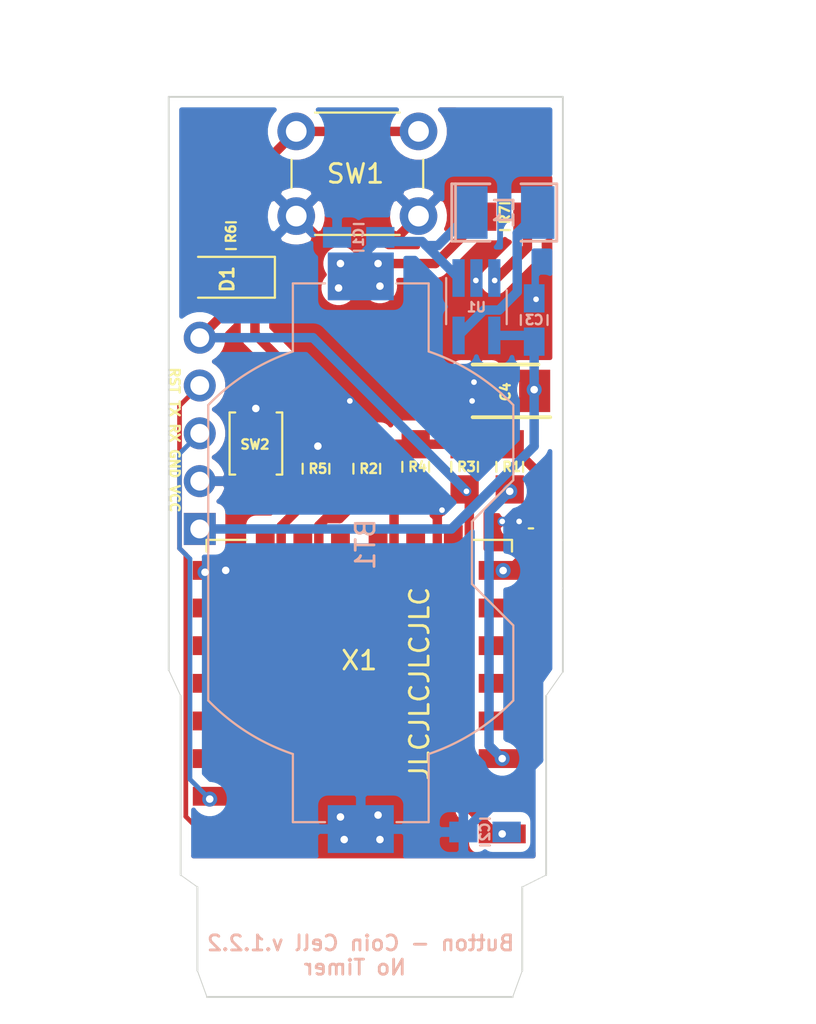
<source format=kicad_pcb>
(kicad_pcb (version 20171130) (host pcbnew "(5.1.9)-1")

  (general
    (thickness 1.6)
    (drawings 25)
    (tracks 134)
    (zones 0)
    (modules 20)
    (nets 14)
  )

  (page A4)
  (layers
    (0 F.Cu signal)
    (31 B.Cu signal)
    (32 B.Adhes user)
    (33 F.Adhes user)
    (34 B.Paste user)
    (35 F.Paste user)
    (36 B.SilkS user)
    (37 F.SilkS user)
    (38 B.Mask user)
    (39 F.Mask user)
    (40 Dwgs.User user)
    (41 Cmts.User user)
    (42 Eco1.User user)
    (43 Eco2.User user)
    (44 Edge.Cuts user)
    (45 Margin user)
    (46 B.CrtYd user hide)
    (47 F.CrtYd user hide)
    (48 B.Fab user hide)
    (49 F.Fab user)
  )

  (setup
    (last_trace_width 0.25)
    (user_trace_width 0.5)
    (trace_clearance 0.1)
    (zone_clearance 0.508)
    (zone_45_only no)
    (trace_min 0.2)
    (via_size 0.8)
    (via_drill 0.4)
    (via_min_size 0.4)
    (via_min_drill 0.3)
    (user_via 0.5 0.3)
    (uvia_size 0.3)
    (uvia_drill 0.1)
    (uvias_allowed no)
    (uvia_min_size 0.2)
    (uvia_min_drill 0.1)
    (edge_width 0.05)
    (segment_width 0.2)
    (pcb_text_width 0.3)
    (pcb_text_size 1.5 1.5)
    (mod_edge_width 0.12)
    (mod_text_size 1 1)
    (mod_text_width 0.15)
    (pad_size 1.524 1.524)
    (pad_drill 0.762)
    (pad_to_mask_clearance 0)
    (aux_axis_origin 0 0)
    (visible_elements 7FFFFFFF)
    (pcbplotparams
      (layerselection 0x010fc_ffffffff)
      (usegerberextensions false)
      (usegerberattributes false)
      (usegerberadvancedattributes true)
      (creategerberjobfile false)
      (excludeedgelayer true)
      (linewidth 0.150000)
      (plotframeref false)
      (viasonmask false)
      (mode 1)
      (useauxorigin true)
      (hpglpennumber 1)
      (hpglpenspeed 20)
      (hpglpendiameter 15.000000)
      (psnegative false)
      (psa4output false)
      (plotreference true)
      (plotvalue true)
      (plotinvisibletext false)
      (padsonsilk false)
      (subtractmaskfromsilk false)
      (outputformat 1)
      (mirror false)
      (drillshape 0)
      (scaleselection 1)
      (outputdirectory "Gerber/"))
  )

  (net 0 "")
  (net 1 /VCC)
  (net 2 /GND)
  (net 3 /RST)
  (net 4 /RX)
  (net 5 /TX)
  (net 6 /EN)
  (net 7 /GPIO2)
  (net 8 /GPIO0)
  (net 9 "Net-(BT1-Pad1)")
  (net 10 "Net-(L1-Pad2)")
  (net 11 /GPIO15)
  (net 12 "Net-(R7-Pad2)")
  (net 13 "Net-(D1-Pad2)")

  (net_class Default "This is the default net class."
    (clearance 0.1)
    (trace_width 0.25)
    (via_dia 0.8)
    (via_drill 0.4)
    (uvia_dia 0.3)
    (uvia_drill 0.1)
    (add_net /EN)
    (add_net /GND)
    (add_net /GPIO0)
    (add_net /GPIO15)
    (add_net /GPIO2)
    (add_net /RST)
    (add_net /RX)
    (add_net /TX)
    (add_net /VCC)
    (add_net "Net-(BT1-Pad1)")
    (add_net "Net-(D1-Pad2)")
    (add_net "Net-(L1-Pad2)")
    (add_net "Net-(R7-Pad2)")
  )

  (module handsolder:ESP-12Elesssilk (layer F.Cu) (tedit 60343770) (tstamp 603C7B6D)
    (at 125.7 90.2 180)
    (descr "Wi-Fi Module, http://wiki.ai-thinker.com/_media/esp8266/docs/aithinker_esp_12f_datasheet_en.pdf")
    (tags "Wi-Fi Module")
    (path /603C26C9)
    (attr smd)
    (fp_text reference X1 (at 0 5.715 180) (layer F.SilkS)
      (effects (font (size 1 1) (thickness 0.15)))
    )
    (fp_text value ESP-12E (at -0.06 -12.78 180) (layer F.Fab)
      (effects (font (size 1 1) (thickness 0.15)))
    )
    (fp_line (start -8 -12) (end 8 -12) (layer F.Fab) (width 0.12))
    (fp_line (start 8 -12) (end 8 12) (layer F.Fab) (width 0.12))
    (fp_line (start 8 12) (end -8 12) (layer F.Fab) (width 0.12))
    (fp_line (start -8 12) (end -8 -3) (layer F.Fab) (width 0.12))
    (fp_line (start -8 -3) (end -7.5 -3.5) (layer F.Fab) (width 0.12))
    (fp_line (start -7.5 -3.5) (end -8 -4) (layer F.Fab) (width 0.12))
    (fp_line (start -8 -4) (end -8 -12) (layer F.Fab) (width 0.12))
    (fp_line (start -9.05 -12.2) (end 9.05 -12.2) (layer F.CrtYd) (width 0.05))
    (fp_line (start 9.05 -12.2) (end 9.05 13.1) (layer F.CrtYd) (width 0.05))
    (fp_line (start 9.05 13.1) (end -9.05 13.1) (layer F.CrtYd) (width 0.05))
    (fp_line (start -9.05 13.1) (end -9.05 -12.2) (layer F.CrtYd) (width 0.05))
    (fp_line (start 8.12 11.5) (end 8.12 12.12) (layer F.SilkS) (width 0.12))
    (fp_line (start 8.12 12.12) (end 6 12.12) (layer F.SilkS) (width 0.12))
    (fp_line (start -6 12.12) (end -8.12 12.12) (layer F.SilkS) (width 0.12))
    (fp_line (start -8.12 12.12) (end -8.12 11.5) (layer F.SilkS) (width 0.12))
    (fp_line (start -8.12 -12.12) (end 8.12 -12.12) (layer Dwgs.User) (width 0.12))
    (fp_line (start 8.12 -12.12) (end 8.12 -4.8) (layer Dwgs.User) (width 0.12))
    (fp_line (start 8.12 -4.8) (end -8.12 -4.8) (layer Dwgs.User) (width 0.12))
    (fp_line (start -8.12 -4.8) (end -8.12 -12.12) (layer Dwgs.User) (width 0.12))
    (fp_line (start -8.12 -9.12) (end -5.12 -12.12) (layer Dwgs.User) (width 0.12))
    (fp_line (start -8.12 -6.12) (end -2.12 -12.12) (layer Dwgs.User) (width 0.12))
    (fp_line (start -6.44 -4.8) (end 0.88 -12.12) (layer Dwgs.User) (width 0.12))
    (fp_line (start -3.44 -4.8) (end 3.88 -12.12) (layer Dwgs.User) (width 0.12))
    (fp_line (start -0.44 -4.8) (end 6.88 -12.12) (layer Dwgs.User) (width 0.12))
    (fp_line (start 2.56 -4.8) (end 8.12 -10.36) (layer Dwgs.User) (width 0.12))
    (fp_line (start 5.56 -4.8) (end 8.12 -7.36) (layer Dwgs.User) (width 0.12))
    (fp_text user %R (at 0.49 -0.8 180) (layer F.Fab)
      (effects (font (size 1 1) (thickness 0.15)))
    )
    (fp_text user "KEEP-OUT ZONE" (at 0.03 -9.55) (layer Cmts.User)
      (effects (font (size 1 1) (thickness 0.15)))
    )
    (fp_text user Antenna (at -0.06 -7) (layer Cmts.User)
      (effects (font (size 1 1) (thickness 0.15)))
    )
    (pad 22 smd rect (at 7.6 -3.5 180) (size 2.5 1) (layers F.Cu F.Paste F.Mask)
      (net 5 /TX))
    (pad 21 smd rect (at 7.6 -1.5 180) (size 2.5 1) (layers F.Cu F.Paste F.Mask)
      (net 4 /RX))
    (pad 20 smd rect (at 7.6 0.5 180) (size 2.5 1) (layers F.Cu F.Paste F.Mask))
    (pad 19 smd rect (at 7.6 2.5 180) (size 2.5 1) (layers F.Cu F.Paste F.Mask))
    (pad 18 smd rect (at 7.6 4.5 180) (size 2.5 1) (layers F.Cu F.Paste F.Mask)
      (net 8 /GPIO0))
    (pad 17 smd rect (at 7.6 6.5 180) (size 2.5 1) (layers F.Cu F.Paste F.Mask)
      (net 7 /GPIO2))
    (pad 16 smd rect (at 7.6 8.5 180) (size 2.5 1) (layers F.Cu F.Paste F.Mask)
      (net 11 /GPIO15))
    (pad 15 smd rect (at 7.6 10.5 180) (size 2.5 1) (layers F.Cu F.Paste F.Mask)
      (net 2 /GND))
    (pad 14 smd rect (at 5 12 180) (size 1 1.8) (layers F.Cu F.Paste F.Mask))
    (pad 13 smd rect (at 3 12 180) (size 1 1.8) (layers F.Cu F.Paste F.Mask))
    (pad 12 smd rect (at 1 12 180) (size 1 1.8) (layers F.Cu F.Paste F.Mask))
    (pad 11 smd rect (at -1 12 180) (size 1 1.8) (layers F.Cu F.Paste F.Mask))
    (pad 10 smd rect (at -3 12 180) (size 1 1.8) (layers F.Cu F.Paste F.Mask))
    (pad 9 smd rect (at -5 12 180) (size 1 1.8) (layers F.Cu F.Paste F.Mask))
    (pad 8 smd rect (at -7.6 10.5 180) (size 2.5 1) (layers F.Cu F.Paste F.Mask)
      (net 1 /VCC))
    (pad 7 smd rect (at -7.6 8.5 180) (size 2.5 1) (layers F.Cu F.Paste F.Mask))
    (pad 6 smd rect (at -7.6 6.5 180) (size 2.5 1) (layers F.Cu F.Paste F.Mask))
    (pad 5 smd rect (at -7.6 4.5 180) (size 2.5 1) (layers F.Cu F.Paste F.Mask))
    (pad 4 smd rect (at -7.6 2.5 180) (size 2.5 1) (layers F.Cu F.Paste F.Mask))
    (pad 3 smd rect (at -7.6 0.5 180) (size 2.5 1) (layers F.Cu F.Paste F.Mask)
      (net 6 /EN))
    (pad 2 smd rect (at -7.6 -1.5 180) (size 2.5 1) (layers F.Cu F.Paste F.Mask))
    (pad 1 smd rect (at -7.6 -3.5 180) (size 2.5 1) (layers F.Cu F.Paste F.Mask)
      (net 3 /RST))
    (model ${KISYS3DMOD}/RF_Module.3dshapes/ESP-12E.wrl
      (at (xyz 0 0 0))
      (scale (xyz 1 1 1))
      (rotate (xyz 0 0 0))
    )
  )

  (module handsolder:LED_1206_3216Metric_Castellated (layer F.Cu) (tedit 603A8330) (tstamp 603267F8)
    (at 118.73 64.13 180)
    (descr "LED SMD 1206 (3216 Metric), castellated end terminal, IPC_7351 nominal, (Body size source: http://www.tortai-tech.com/upload/download/2011102023233369053.pdf), generated with kicad-footprint-generator")
    (tags "LED castellated")
    (path /602D28D1)
    (attr smd)
    (fp_text reference D1 (at 0.05 -0.1 90) (layer F.SilkS)
      (effects (font (size 0.7 0.7) (thickness 0.15)))
    )
    (fp_text value LED (at 0 1.78) (layer F.Fab)
      (effects (font (size 1 1) (thickness 0.15)))
    )
    (fp_line (start 1.6 -0.8) (end -1.2 -0.8) (layer F.Fab) (width 0.1))
    (fp_line (start -1.2 -0.8) (end -1.6 -0.4) (layer F.Fab) (width 0.1))
    (fp_line (start -1.6 -0.4) (end -1.6 0.8) (layer F.Fab) (width 0.1))
    (fp_line (start -1.6 0.8) (end 1.6 0.8) (layer F.Fab) (width 0.1))
    (fp_line (start 1.6 0.8) (end 1.6 -0.8) (layer F.Fab) (width 0.1))
    (fp_line (start 1.6 -1.085) (end -2.485 -1.085) (layer F.SilkS) (width 0.12))
    (fp_line (start -2.485 -1.085) (end -2.485 1.085) (layer F.SilkS) (width 0.12))
    (fp_line (start -2.485 1.085) (end 1.6 1.085) (layer F.SilkS) (width 0.12))
    (fp_line (start -2.48 1.08) (end -2.48 -1.08) (layer F.CrtYd) (width 0.05))
    (fp_line (start -2.48 -1.08) (end 2.48 -1.08) (layer F.CrtYd) (width 0.05))
    (fp_line (start 2.48 -1.08) (end 2.48 1.08) (layer F.CrtYd) (width 0.05))
    (fp_line (start 2.48 1.08) (end -2.48 1.08) (layer F.CrtYd) (width 0.05))
    (fp_text user %R (at 0 0) (layer F.Fab)
      (effects (font (size 0.8 0.8) (thickness 0.12)))
    )
    (pad 2 smd roundrect (at 1.425 0 180) (size 1.6 1.65) (layers F.Cu F.Paste F.Mask) (roundrect_rratio 0.15625)
      (net 13 "Net-(D1-Pad2)"))
    (pad 1 smd roundrect (at -1.425 0 180) (size 1.6 1.65) (layers F.Cu F.Paste F.Mask) (roundrect_rratio 0.15625)
      (net 1 /VCC))
    (model ${KISYS3DMOD}/LED_SMD.3dshapes/LED_1206_3216Metric_Castellated.wrl
      (at (xyz 0 0 0))
      (scale (xyz 1 1 1))
      (rotate (xyz 0 0 0))
    )
  )

  (module SamacSys_Parts:CAPPM3528X210N (layer F.Cu) (tedit 60364A5B) (tstamp 60369093)
    (at 133.477 70.16496 180)
    (descr T495B-10)
    (tags "Capacitor Polarised")
    (path /60363F43)
    (attr smd)
    (fp_text reference C4 (at 0 -0.05 270) (layer F.SilkS)
      (effects (font (size 0.5 0.5) (thickness 0.125)))
    )
    (fp_text value TAJB476M010TNJ (at 0 0 180) (layer F.SilkS) hide
      (effects (font (size 1.27 1.27) (thickness 0.254)))
    )
    (fp_line (start -2.625 -1.75) (end 2.625 -1.75) (layer F.CrtYd) (width 0.05))
    (fp_line (start 2.625 -1.75) (end 2.625 1.75) (layer F.CrtYd) (width 0.05))
    (fp_line (start 2.625 1.75) (end -2.625 1.75) (layer F.CrtYd) (width 0.05))
    (fp_line (start -2.625 1.75) (end -2.625 -1.75) (layer F.CrtYd) (width 0.05))
    (fp_line (start -1.75 -1.4) (end 1.75 -1.4) (layer F.Fab) (width 0.1))
    (fp_line (start 1.75 -1.4) (end 1.75 1.4) (layer F.Fab) (width 0.1))
    (fp_line (start 1.75 1.4) (end -1.75 1.4) (layer F.Fab) (width 0.1))
    (fp_line (start -1.75 1.4) (end -1.75 -1.4) (layer F.Fab) (width 0.1))
    (fp_line (start -1.75 -0.575) (end -0.925 -1.4) (layer F.Fab) (width 0.1))
    (fp_line (start 1.75 -1.4) (end -2.375 -1.4) (layer F.SilkS) (width 0.2))
    (fp_line (start -1.75 1.4) (end 1.75 1.4) (layer F.SilkS) (width 0.2))
    (fp_text user %R (at 0 0 180) (layer F.Fab)
      (effects (font (size 1.27 1.27) (thickness 0.254)))
    )
    (pad 2 smd rect (at 1.55 0 180) (size 1.65 2.25) (layers F.Cu F.Paste F.Mask)
      (net 2 /GND))
    (pad 1 smd rect (at -1.55 0 180) (size 1.65 2.25) (layers F.Cu F.Paste F.Mask)
      (net 1 /VCC))
    (model "C:\\Program Files\\KiCad\\SamacSys_Parts.3dshapes\\T495B476K006ATE450.stp"
      (at (xyz 0 0 0))
      (scale (xyz 1 1 1))
      (rotate (xyz 0 0 0))
    )
  )

  (module handsolder:C_0402_1005Metric_Pad0.74x0.62mm_HandSoldermod (layer F.Cu) (tedit 6036714F) (tstamp 6036D3BD)
    (at 134.82828 77.10932 180)
    (descr "Capacitor SMD 0402 (1005 Metric), square (rectangular) end terminal, IPC_7351 nominal with elongated pad for handsoldering. (Body size source: IPC-SM-782 page 76, https://www.pcb-3d.com/wordpress/wp-content/uploads/ipc-sm-782a_amendment_1_and_2.pdf), generated with kicad-footprint-generator")
    (tags "capacitor handsolder")
    (path /60367A82)
    (attr smd)
    (fp_text reference C5 (at 0 0) (layer F.SilkS) hide
      (effects (font (size 0.5 0.5) (thickness 0.125)))
    )
    (fp_text value 100nF (at 0 1.16) (layer F.Fab)
      (effects (font (size 1 1) (thickness 0.15)))
    )
    (fp_line (start -0.5 0.25) (end -0.5 -0.25) (layer F.Fab) (width 0.1))
    (fp_line (start -0.5 -0.25) (end 0.5 -0.25) (layer F.Fab) (width 0.1))
    (fp_line (start 0.5 -0.25) (end 0.5 0.25) (layer F.Fab) (width 0.1))
    (fp_line (start 0.5 0.25) (end -0.5 0.25) (layer F.Fab) (width 0.1))
    (fp_line (start -0.115835 -0.36) (end 0.115835 -0.36) (layer F.SilkS) (width 0.12))
    (fp_line (start -1.08 0.46) (end -1.08 -0.46) (layer F.CrtYd) (width 0.05))
    (fp_line (start -1.08 -0.46) (end 1.08 -0.46) (layer F.CrtYd) (width 0.05))
    (fp_line (start 1.08 -0.46) (end 1.08 0.46) (layer F.CrtYd) (width 0.05))
    (fp_line (start 1.08 0.46) (end -1.08 0.46) (layer F.CrtYd) (width 0.05))
    (fp_text user %R (at 0 0) (layer F.Fab)
      (effects (font (size 0.25 0.25) (thickness 0.04)))
    )
    (pad 2 smd rect (at 0.65 0 180) (size 0.9 0.62) (layers F.Cu F.Paste F.Mask)
      (net 2 /GND))
    (pad 1 smd rect (at -0.65 0 180) (size 0.9 0.62) (layers F.Cu F.Paste F.Mask)
      (net 1 /VCC))
    (model ${KISYS3DMOD}/Capacitor_SMD.3dshapes/C_0402_1005Metric.wrl
      (at (xyz 0 0 0))
      (scale (xyz 1 1 1))
      (rotate (xyz 0 0 0))
    )
  )

  (module handsolder:C_0805_2012handsodermod (layer B.Cu) (tedit 603591CC) (tstamp 603267C3)
    (at 125.67 62.01)
    (descr "Capacitor SMD 0805 (2012 Metric), square (rectangular) end terminal, IPC_7351 nominal with elongated pad for handsoldering. (Body size source: https://docs.google.com/spreadsheets/d/1BsfQQcO9C6DZCsRaXUlFlo91Tg2WpOkGARC1WS5S8t0/edit?usp=sharing), generated with kicad-footprint-generator")
    (tags "capacitor handsolder")
    (path /602D0C1F)
    (attr smd)
    (fp_text reference C1 (at 0 0 -90) (layer B.SilkS)
      (effects (font (size 0.5 0.5) (thickness 0.125)) (justify mirror))
    )
    (fp_text value 10uF (at 0 -1.65) (layer B.Fab) hide
      (effects (font (size 1 1) (thickness 0.15)) (justify mirror))
    )
    (fp_line (start -1 -0.6) (end -1 0.6) (layer B.Fab) (width 0.1))
    (fp_line (start -1 0.6) (end 1 0.6) (layer B.Fab) (width 0.1))
    (fp_line (start 1 0.6) (end 1 -0.6) (layer B.Fab) (width 0.1))
    (fp_line (start 1 -0.6) (end -1 -0.6) (layer B.Fab) (width 0.1))
    (fp_line (start -0.261252 0.71) (end 0.261252 0.71) (layer B.SilkS) (width 0.12))
    (fp_line (start -0.261252 -0.71) (end 0.261252 -0.71) (layer B.SilkS) (width 0.12))
    (fp_line (start -2 -0.95) (end -2 0.95) (layer B.CrtYd) (width 0.05))
    (fp_line (start -2 0.95) (end 2.05 0.95) (layer B.CrtYd) (width 0.05))
    (fp_line (start 2.05 0.95) (end 2.05 -0.95) (layer B.CrtYd) (width 0.05))
    (fp_line (start 2.05 -0.95) (end -2 -0.95) (layer B.CrtYd) (width 0.05))
    (fp_text user %R (at 0 0) (layer B.Fab)
      (effects (font (size 0.5 0.5) (thickness 0.08)) (justify mirror))
    )
    (pad 2 smd rect (at 1.15 0) (size 1.5 1.1) (layers B.Cu B.Paste B.Mask)
      (net 9 "Net-(BT1-Pad1)"))
    (pad 1 smd rect (at -1.15 0) (size 1.5 1.1) (layers B.Cu B.Paste B.Mask)
      (net 2 /GND))
    (model ${KISYS3DMOD}/Capacitor_SMD.3dshapes/C_0805_2012Metric.wrl
      (at (xyz 0 0 0))
      (scale (xyz 1 1 1))
      (rotate (xyz 0 0 0))
    )
  )

  (module handsolder:C_0805_2012handsodermod (layer B.Cu) (tedit 603591CC) (tstamp 603267E5)
    (at 135 66.4 90)
    (descr "Capacitor SMD 0805 (2012 Metric), square (rectangular) end terminal, IPC_7351 nominal with elongated pad for handsoldering. (Body size source: https://docs.google.com/spreadsheets/d/1BsfQQcO9C6DZCsRaXUlFlo91Tg2WpOkGARC1WS5S8t0/edit?usp=sharing), generated with kicad-footprint-generator")
    (tags "capacitor handsolder")
    (path /602E3D4A)
    (attr smd)
    (fp_text reference C3 (at 0 0 180) (layer B.SilkS)
      (effects (font (size 0.5 0.5) (thickness 0.125)) (justify mirror))
    )
    (fp_text value 10uF (at 0 -1.65 90) (layer B.Fab) hide
      (effects (font (size 1 1) (thickness 0.15)) (justify mirror))
    )
    (fp_line (start -1 -0.6) (end -1 0.6) (layer B.Fab) (width 0.1))
    (fp_line (start -1 0.6) (end 1 0.6) (layer B.Fab) (width 0.1))
    (fp_line (start 1 0.6) (end 1 -0.6) (layer B.Fab) (width 0.1))
    (fp_line (start 1 -0.6) (end -1 -0.6) (layer B.Fab) (width 0.1))
    (fp_line (start -0.261252 0.71) (end 0.261252 0.71) (layer B.SilkS) (width 0.12))
    (fp_line (start -0.261252 -0.71) (end 0.261252 -0.71) (layer B.SilkS) (width 0.12))
    (fp_line (start -2 -0.95) (end -2 0.95) (layer B.CrtYd) (width 0.05))
    (fp_line (start -2 0.95) (end 2.05 0.95) (layer B.CrtYd) (width 0.05))
    (fp_line (start 2.05 0.95) (end 2.05 -0.95) (layer B.CrtYd) (width 0.05))
    (fp_line (start 2.05 -0.95) (end -2 -0.95) (layer B.CrtYd) (width 0.05))
    (fp_text user %R (at 0 0 90) (layer B.Fab)
      (effects (font (size 0.5 0.5) (thickness 0.08)) (justify mirror))
    )
    (pad 2 smd rect (at 1.15 0 90) (size 1.5 1.1) (layers B.Cu B.Paste B.Mask)
      (net 2 /GND))
    (pad 1 smd rect (at -1.15 0 90) (size 1.5 1.1) (layers B.Cu B.Paste B.Mask)
      (net 1 /VCC))
    (model ${KISYS3DMOD}/Capacitor_SMD.3dshapes/C_0805_2012Metric.wrl
      (at (xyz 0 0 0))
      (scale (xyz 1 1 1))
      (rotate (xyz 0 0 0))
    )
  )

  (module handsolder:C_0805_2012handsodermod (layer B.Cu) (tedit 603591CC) (tstamp 603267D4)
    (at 132.3848 93.599)
    (descr "Capacitor SMD 0805 (2012 Metric), square (rectangular) end terminal, IPC_7351 nominal with elongated pad for handsoldering. (Body size source: https://docs.google.com/spreadsheets/d/1BsfQQcO9C6DZCsRaXUlFlo91Tg2WpOkGARC1WS5S8t0/edit?usp=sharing), generated with kicad-footprint-generator")
    (tags "capacitor handsolder")
    (path /602C896A)
    (attr smd)
    (fp_text reference C2 (at 0 0 -90) (layer B.SilkS)
      (effects (font (size 0.5 0.5) (thickness 0.125)) (justify mirror))
    )
    (fp_text value 100nF (at 0 -1.65) (layer B.Fab) hide
      (effects (font (size 1 1) (thickness 0.15)) (justify mirror))
    )
    (fp_line (start -1 -0.6) (end -1 0.6) (layer B.Fab) (width 0.1))
    (fp_line (start -1 0.6) (end 1 0.6) (layer B.Fab) (width 0.1))
    (fp_line (start 1 0.6) (end 1 -0.6) (layer B.Fab) (width 0.1))
    (fp_line (start 1 -0.6) (end -1 -0.6) (layer B.Fab) (width 0.1))
    (fp_line (start -0.261252 0.71) (end 0.261252 0.71) (layer B.SilkS) (width 0.12))
    (fp_line (start -0.261252 -0.71) (end 0.261252 -0.71) (layer B.SilkS) (width 0.12))
    (fp_line (start -2 -0.95) (end -2 0.95) (layer B.CrtYd) (width 0.05))
    (fp_line (start -2 0.95) (end 2.05 0.95) (layer B.CrtYd) (width 0.05))
    (fp_line (start 2.05 0.95) (end 2.05 -0.95) (layer B.CrtYd) (width 0.05))
    (fp_line (start 2.05 -0.95) (end -2 -0.95) (layer B.CrtYd) (width 0.05))
    (fp_text user %R (at 0 0) (layer B.Fab)
      (effects (font (size 0.5 0.5) (thickness 0.08)) (justify mirror))
    )
    (pad 2 smd rect (at 1.15 0) (size 1.5 1.1) (layers B.Cu B.Paste B.Mask)
      (net 3 /RST))
    (pad 1 smd rect (at -1.15 0) (size 1.5 1.1) (layers B.Cu B.Paste B.Mask)
      (net 2 /GND))
    (model ${KISYS3DMOD}/Capacitor_SMD.3dshapes/C_0805_2012Metric.wrl
      (at (xyz 0 0 0))
      (scale (xyz 1 1 1))
      (rotate (xyz 0 0 0))
    )
  )

  (module handsolder:SOT-23-5_HandSolderingmod (layer B.Cu) (tedit 6035922E) (tstamp 60329F06)
    (at 131.93 65.72 270)
    (descr "5-pin SOT23 package")
    (tags "SOT-23-5 hand-soldering")
    (path /6033543B)
    (attr smd)
    (fp_text reference U1 (at 0 0 180) (layer B.SilkS)
      (effects (font (size 0.5 0.5) (thickness 0.125)) (justify mirror))
    )
    (fp_text value TPS61097A (at 10.287 -1.143 90) (layer B.SilkS) hide
      (effects (font (size 1 1) (thickness 0.15)) (justify mirror))
    )
    (fp_line (start -0.9 -1.61) (end 0.9 -1.61) (layer B.SilkS) (width 0.12))
    (fp_line (start 0.9 1.61) (end -1.55 1.61) (layer B.SilkS) (width 0.12))
    (fp_line (start -0.9 0.9) (end -0.25 1.55) (layer B.Fab) (width 0.1))
    (fp_line (start 0.9 1.55) (end -0.25 1.55) (layer B.Fab) (width 0.1))
    (fp_line (start -0.9 0.9) (end -0.9 -1.55) (layer B.Fab) (width 0.1))
    (fp_line (start 0.9 -1.55) (end -0.9 -1.55) (layer B.Fab) (width 0.1))
    (fp_line (start 0.9 1.55) (end 0.9 -1.55) (layer B.Fab) (width 0.1))
    (fp_line (start -2.38 1.8) (end 2.38 1.8) (layer B.CrtYd) (width 0.05))
    (fp_line (start -2.38 1.8) (end -2.38 -1.8) (layer B.CrtYd) (width 0.05))
    (fp_line (start 2.38 -1.8) (end 2.38 1.8) (layer B.CrtYd) (width 0.05))
    (fp_line (start 2.38 -1.8) (end -2.38 -1.8) (layer B.CrtYd) (width 0.05))
    (fp_text user %R (at 0 0) (layer B.Fab)
      (effects (font (size 0.5 0.5) (thickness 0.075)) (justify mirror))
    )
    (pad 5 smd rect (at 1.5 0.95 270) (size 2 0.65) (layers B.Cu B.Paste B.Mask)
      (net 10 "Net-(L1-Pad2)"))
    (pad 4 smd rect (at 1.5 -0.95 270) (size 2 0.65) (layers B.Cu B.Paste B.Mask)
      (net 1 /VCC))
    (pad 3 smd rect (at -1.55 -0.95 270) (size 2 0.65) (layers B.Cu B.Paste B.Mask)
      (net 12 "Net-(R7-Pad2)"))
    (pad 2 smd trapezoid (at -1.55 0 270) (size 2 0.65) (layers B.Cu B.Paste B.Mask)
      (net 2 /GND))
    (pad 1 smd rect (at -1.55 0.95 270) (size 2 0.65) (layers B.Cu B.Paste B.Mask)
      (net 9 "Net-(BT1-Pad1)"))
    (model ${KISYS3DMOD}/Package_TO_SOT_SMD.3dshapes/SOT-23-5.wrl
      (at (xyz 0 0 0))
      (scale (xyz 1 1 1))
      (rotate (xyz 0 0 0))
    )
  )

  (module handsolder:R_0805_2012handsoldermod (layer F.Cu) (tedit 60358F22) (tstamp 603268D0)
    (at 133.44 60.91)
    (descr "Resistor SMD 0805 (2012 Metric), square (rectangular) end terminal, IPC_7351 nominal with elongated pad for handsoldering. (Body size source: https://docs.google.com/spreadsheets/d/1BsfQQcO9C6DZCsRaXUlFlo91Tg2WpOkGARC1WS5S8t0/edit?usp=sharing), generated with kicad-footprint-generator")
    (tags "resistor handsolder")
    (path /602F7A06)
    (attr smd)
    (fp_text reference R7 (at 0 -0.1 90) (layer F.SilkS)
      (effects (font (size 0.5 0.5) (thickness 0.125)))
    )
    (fp_text value 100k (at 0 1.65) (layer F.Fab) hide
      (effects (font (size 1 1) (thickness 0.15)))
    )
    (fp_line (start -1 0.6) (end -1 -0.6) (layer F.Fab) (width 0.1))
    (fp_line (start -1 -0.6) (end 1 -0.6) (layer F.Fab) (width 0.1))
    (fp_line (start 1 -0.6) (end 1 0.6) (layer F.Fab) (width 0.1))
    (fp_line (start 1 0.6) (end -1 0.6) (layer F.Fab) (width 0.1))
    (fp_line (start -0.261252 -0.71) (end 0.261252 -0.71) (layer F.SilkS) (width 0.12))
    (fp_line (start -0.261252 0.71) (end 0.261252 0.71) (layer F.SilkS) (width 0.12))
    (fp_line (start -2.05 0.95) (end -2.05 -0.95) (layer F.CrtYd) (width 0.05))
    (fp_line (start -2.05 -0.95) (end 2.05 -0.95) (layer F.CrtYd) (width 0.05))
    (fp_line (start 2.05 -0.95) (end 2.05 0.95) (layer F.CrtYd) (width 0.05))
    (fp_line (start 2.05 0.95) (end -2.05 0.95) (layer F.CrtYd) (width 0.05))
    (fp_text user %R (at 0 0) (layer F.Fab)
      (effects (font (size 0.5 0.5) (thickness 0.08)))
    )
    (pad 2 smd rect (at 1.2 0) (size 1.5 1.5) (layers F.Cu F.Paste F.Mask)
      (net 12 "Net-(R7-Pad2)"))
    (pad 1 smd rect (at -1.2 0) (size 1.5 1.5) (layers F.Cu F.Paste F.Mask)
      (net 9 "Net-(BT1-Pad1)"))
    (model ${KISYS3DMOD}/Resistor_SMD.3dshapes/R_0805_2012Metric.wrl
      (at (xyz 0 0 0))
      (scale (xyz 1 1 1))
      (rotate (xyz 0 0 0))
    )
  )

  (module handsolder:R_0805_2012handsoldermod (layer F.Cu) (tedit 60358F22) (tstamp 603268BF)
    (at 118.88 61.92)
    (descr "Resistor SMD 0805 (2012 Metric), square (rectangular) end terminal, IPC_7351 nominal with elongated pad for handsoldering. (Body size source: https://docs.google.com/spreadsheets/d/1BsfQQcO9C6DZCsRaXUlFlo91Tg2WpOkGARC1WS5S8t0/edit?usp=sharing), generated with kicad-footprint-generator")
    (tags "resistor handsolder")
    (path /602D454A)
    (attr smd)
    (fp_text reference R6 (at 0 -0.1 90) (layer F.SilkS)
      (effects (font (size 0.5 0.5) (thickness 0.125)))
    )
    (fp_text value 1k (at 0 1.65) (layer F.Fab) hide
      (effects (font (size 1 1) (thickness 0.15)))
    )
    (fp_line (start -1 0.6) (end -1 -0.6) (layer F.Fab) (width 0.1))
    (fp_line (start -1 -0.6) (end 1 -0.6) (layer F.Fab) (width 0.1))
    (fp_line (start 1 -0.6) (end 1 0.6) (layer F.Fab) (width 0.1))
    (fp_line (start 1 0.6) (end -1 0.6) (layer F.Fab) (width 0.1))
    (fp_line (start -0.261252 -0.71) (end 0.261252 -0.71) (layer F.SilkS) (width 0.12))
    (fp_line (start -0.261252 0.71) (end 0.261252 0.71) (layer F.SilkS) (width 0.12))
    (fp_line (start -2.05 0.95) (end -2.05 -0.95) (layer F.CrtYd) (width 0.05))
    (fp_line (start -2.05 -0.95) (end 2.05 -0.95) (layer F.CrtYd) (width 0.05))
    (fp_line (start 2.05 -0.95) (end 2.05 0.95) (layer F.CrtYd) (width 0.05))
    (fp_line (start 2.05 0.95) (end -2.05 0.95) (layer F.CrtYd) (width 0.05))
    (fp_text user %R (at 0 0) (layer F.Fab)
      (effects (font (size 0.5 0.5) (thickness 0.08)))
    )
    (pad 2 smd rect (at 1.2 0) (size 1.5 1.5) (layers F.Cu F.Paste F.Mask)
      (net 3 /RST))
    (pad 1 smd rect (at -1.2 0) (size 1.5 1.5) (layers F.Cu F.Paste F.Mask)
      (net 13 "Net-(D1-Pad2)"))
    (model ${KISYS3DMOD}/Resistor_SMD.3dshapes/R_0805_2012Metric.wrl
      (at (xyz 0 0 0))
      (scale (xyz 1 1 1))
      (rotate (xyz 0 0 0))
    )
  )

  (module handsolder:R_0805_2012handsoldermod (layer F.Cu) (tedit 60358F22) (tstamp 603268AE)
    (at 123.4 74.3 270)
    (descr "Resistor SMD 0805 (2012 Metric), square (rectangular) end terminal, IPC_7351 nominal with elongated pad for handsoldering. (Body size source: https://docs.google.com/spreadsheets/d/1BsfQQcO9C6DZCsRaXUlFlo91Tg2WpOkGARC1WS5S8t0/edit?usp=sharing), generated with kicad-footprint-generator")
    (tags "resistor handsolder")
    (path /602CA91E)
    (attr smd)
    (fp_text reference R5 (at 0 -0.1) (layer F.SilkS)
      (effects (font (size 0.5 0.5) (thickness 0.125)))
    )
    (fp_text value 4.7k (at 0 1.65 90) (layer F.Fab) hide
      (effects (font (size 1 1) (thickness 0.15)))
    )
    (fp_line (start -1 0.6) (end -1 -0.6) (layer F.Fab) (width 0.1))
    (fp_line (start -1 -0.6) (end 1 -0.6) (layer F.Fab) (width 0.1))
    (fp_line (start 1 -0.6) (end 1 0.6) (layer F.Fab) (width 0.1))
    (fp_line (start 1 0.6) (end -1 0.6) (layer F.Fab) (width 0.1))
    (fp_line (start -0.261252 -0.71) (end 0.261252 -0.71) (layer F.SilkS) (width 0.12))
    (fp_line (start -0.261252 0.71) (end 0.261252 0.71) (layer F.SilkS) (width 0.12))
    (fp_line (start -2.05 0.95) (end -2.05 -0.95) (layer F.CrtYd) (width 0.05))
    (fp_line (start -2.05 -0.95) (end 2.05 -0.95) (layer F.CrtYd) (width 0.05))
    (fp_line (start 2.05 -0.95) (end 2.05 0.95) (layer F.CrtYd) (width 0.05))
    (fp_line (start 2.05 0.95) (end -2.05 0.95) (layer F.CrtYd) (width 0.05))
    (fp_text user %R (at 0 0 90) (layer F.Fab)
      (effects (font (size 0.5 0.5) (thickness 0.08)))
    )
    (pad 2 smd rect (at 1.2 0 270) (size 1.5 1.5) (layers F.Cu F.Paste F.Mask)
      (net 11 /GPIO15))
    (pad 1 smd rect (at -1.2 0 270) (size 1.5 1.5) (layers F.Cu F.Paste F.Mask)
      (net 2 /GND))
    (model ${KISYS3DMOD}/Resistor_SMD.3dshapes/R_0805_2012Metric.wrl
      (at (xyz 0 0 0))
      (scale (xyz 1 1 1))
      (rotate (xyz 0 0 0))
    )
  )

  (module handsolder:R_0805_2012handsoldermod (layer F.Cu) (tedit 60358F22) (tstamp 6032689D)
    (at 128.7 74.2 270)
    (descr "Resistor SMD 0805 (2012 Metric), square (rectangular) end terminal, IPC_7351 nominal with elongated pad for handsoldering. (Body size source: https://docs.google.com/spreadsheets/d/1BsfQQcO9C6DZCsRaXUlFlo91Tg2WpOkGARC1WS5S8t0/edit?usp=sharing), generated with kicad-footprint-generator")
    (tags "resistor handsolder")
    (path /602CA541)
    (attr smd)
    (fp_text reference R4 (at 0 -0.1) (layer F.SilkS)
      (effects (font (size 0.5 0.5) (thickness 0.125)))
    )
    (fp_text value 10k (at 0 1.65 90) (layer F.Fab) hide
      (effects (font (size 1 1) (thickness 0.15)))
    )
    (fp_line (start -1 0.6) (end -1 -0.6) (layer F.Fab) (width 0.1))
    (fp_line (start -1 -0.6) (end 1 -0.6) (layer F.Fab) (width 0.1))
    (fp_line (start 1 -0.6) (end 1 0.6) (layer F.Fab) (width 0.1))
    (fp_line (start 1 0.6) (end -1 0.6) (layer F.Fab) (width 0.1))
    (fp_line (start -0.261252 -0.71) (end 0.261252 -0.71) (layer F.SilkS) (width 0.12))
    (fp_line (start -0.261252 0.71) (end 0.261252 0.71) (layer F.SilkS) (width 0.12))
    (fp_line (start -2.05 0.95) (end -2.05 -0.95) (layer F.CrtYd) (width 0.05))
    (fp_line (start -2.05 -0.95) (end 2.05 -0.95) (layer F.CrtYd) (width 0.05))
    (fp_line (start 2.05 -0.95) (end 2.05 0.95) (layer F.CrtYd) (width 0.05))
    (fp_line (start 2.05 0.95) (end -2.05 0.95) (layer F.CrtYd) (width 0.05))
    (fp_text user %R (at 0 0 90) (layer F.Fab)
      (effects (font (size 0.5 0.5) (thickness 0.08)))
    )
    (pad 2 smd rect (at 1.2 0 270) (size 1.5 1.5) (layers F.Cu F.Paste F.Mask)
      (net 8 /GPIO0))
    (pad 1 smd rect (at -1.2 0 270) (size 1.5 1.5) (layers F.Cu F.Paste F.Mask)
      (net 1 /VCC))
    (model ${KISYS3DMOD}/Resistor_SMD.3dshapes/R_0805_2012Metric.wrl
      (at (xyz 0 0 0))
      (scale (xyz 1 1 1))
      (rotate (xyz 0 0 0))
    )
  )

  (module handsolder:R_0805_2012handsoldermod (layer F.Cu) (tedit 60358F22) (tstamp 6032688C)
    (at 131.3 74.2 270)
    (descr "Resistor SMD 0805 (2012 Metric), square (rectangular) end terminal, IPC_7351 nominal with elongated pad for handsoldering. (Body size source: https://docs.google.com/spreadsheets/d/1BsfQQcO9C6DZCsRaXUlFlo91Tg2WpOkGARC1WS5S8t0/edit?usp=sharing), generated with kicad-footprint-generator")
    (tags "resistor handsolder")
    (path /602C7954)
    (attr smd)
    (fp_text reference R3 (at 0 -0.1) (layer F.SilkS)
      (effects (font (size 0.5 0.5) (thickness 0.125)))
    )
    (fp_text value 10k (at 0 1.65 90) (layer F.Fab) hide
      (effects (font (size 1 1) (thickness 0.15)))
    )
    (fp_line (start -1 0.6) (end -1 -0.6) (layer F.Fab) (width 0.1))
    (fp_line (start -1 -0.6) (end 1 -0.6) (layer F.Fab) (width 0.1))
    (fp_line (start 1 -0.6) (end 1 0.6) (layer F.Fab) (width 0.1))
    (fp_line (start 1 0.6) (end -1 0.6) (layer F.Fab) (width 0.1))
    (fp_line (start -0.261252 -0.71) (end 0.261252 -0.71) (layer F.SilkS) (width 0.12))
    (fp_line (start -0.261252 0.71) (end 0.261252 0.71) (layer F.SilkS) (width 0.12))
    (fp_line (start -2.05 0.95) (end -2.05 -0.95) (layer F.CrtYd) (width 0.05))
    (fp_line (start -2.05 -0.95) (end 2.05 -0.95) (layer F.CrtYd) (width 0.05))
    (fp_line (start 2.05 -0.95) (end 2.05 0.95) (layer F.CrtYd) (width 0.05))
    (fp_line (start 2.05 0.95) (end -2.05 0.95) (layer F.CrtYd) (width 0.05))
    (fp_text user %R (at 0 0 90) (layer F.Fab)
      (effects (font (size 0.5 0.5) (thickness 0.08)))
    )
    (pad 2 smd rect (at 1.2 0 270) (size 1.5 1.5) (layers F.Cu F.Paste F.Mask)
      (net 3 /RST))
    (pad 1 smd rect (at -1.2 0 270) (size 1.5 1.5) (layers F.Cu F.Paste F.Mask)
      (net 1 /VCC))
    (model ${KISYS3DMOD}/Resistor_SMD.3dshapes/R_0805_2012Metric.wrl
      (at (xyz 0 0 0))
      (scale (xyz 1 1 1))
      (rotate (xyz 0 0 0))
    )
  )

  (module handsolder:R_0805_2012handsoldermod (layer F.Cu) (tedit 60358F22) (tstamp 6032687B)
    (at 126.1 74.3 270)
    (descr "Resistor SMD 0805 (2012 Metric), square (rectangular) end terminal, IPC_7351 nominal with elongated pad for handsoldering. (Body size source: https://docs.google.com/spreadsheets/d/1BsfQQcO9C6DZCsRaXUlFlo91Tg2WpOkGARC1WS5S8t0/edit?usp=sharing), generated with kicad-footprint-generator")
    (tags "resistor handsolder")
    (path /602CC605)
    (attr smd)
    (fp_text reference R2 (at 0 -0.1) (layer F.SilkS)
      (effects (font (size 0.5 0.5) (thickness 0.125)))
    )
    (fp_text value 10k (at 0 1.65 90) (layer F.Fab) hide
      (effects (font (size 1 1) (thickness 0.15)))
    )
    (fp_line (start -1 0.6) (end -1 -0.6) (layer F.Fab) (width 0.1))
    (fp_line (start -1 -0.6) (end 1 -0.6) (layer F.Fab) (width 0.1))
    (fp_line (start 1 -0.6) (end 1 0.6) (layer F.Fab) (width 0.1))
    (fp_line (start 1 0.6) (end -1 0.6) (layer F.Fab) (width 0.1))
    (fp_line (start -0.261252 -0.71) (end 0.261252 -0.71) (layer F.SilkS) (width 0.12))
    (fp_line (start -0.261252 0.71) (end 0.261252 0.71) (layer F.SilkS) (width 0.12))
    (fp_line (start -2.05 0.95) (end -2.05 -0.95) (layer F.CrtYd) (width 0.05))
    (fp_line (start -2.05 -0.95) (end 2.05 -0.95) (layer F.CrtYd) (width 0.05))
    (fp_line (start 2.05 -0.95) (end 2.05 0.95) (layer F.CrtYd) (width 0.05))
    (fp_line (start 2.05 0.95) (end -2.05 0.95) (layer F.CrtYd) (width 0.05))
    (fp_text user %R (at 0 0 90) (layer F.Fab)
      (effects (font (size 0.5 0.5) (thickness 0.08)))
    )
    (pad 2 smd rect (at 1.2 0 270) (size 1.5 1.5) (layers F.Cu F.Paste F.Mask)
      (net 7 /GPIO2))
    (pad 1 smd rect (at -1.2 0 270) (size 1.5 1.5) (layers F.Cu F.Paste F.Mask)
      (net 1 /VCC))
    (model ${KISYS3DMOD}/Resistor_SMD.3dshapes/R_0805_2012Metric.wrl
      (at (xyz 0 0 0))
      (scale (xyz 1 1 1))
      (rotate (xyz 0 0 0))
    )
  )

  (module handsolder:R_0805_2012handsoldermod (layer F.Cu) (tedit 60358F22) (tstamp 6032686A)
    (at 133.7 74.2 270)
    (descr "Resistor SMD 0805 (2012 Metric), square (rectangular) end terminal, IPC_7351 nominal with elongated pad for handsoldering. (Body size source: https://docs.google.com/spreadsheets/d/1BsfQQcO9C6DZCsRaXUlFlo91Tg2WpOkGARC1WS5S8t0/edit?usp=sharing), generated with kicad-footprint-generator")
    (tags "resistor handsolder")
    (path /602C727C)
    (attr smd)
    (fp_text reference R1 (at 0 -0.1) (layer F.SilkS)
      (effects (font (size 0.5 0.5) (thickness 0.125)))
    )
    (fp_text value 10k (at 0 1.65 90) (layer F.Fab) hide
      (effects (font (size 1 1) (thickness 0.15)))
    )
    (fp_line (start -1 0.6) (end -1 -0.6) (layer F.Fab) (width 0.1))
    (fp_line (start -1 -0.6) (end 1 -0.6) (layer F.Fab) (width 0.1))
    (fp_line (start 1 -0.6) (end 1 0.6) (layer F.Fab) (width 0.1))
    (fp_line (start 1 0.6) (end -1 0.6) (layer F.Fab) (width 0.1))
    (fp_line (start -0.261252 -0.71) (end 0.261252 -0.71) (layer F.SilkS) (width 0.12))
    (fp_line (start -0.261252 0.71) (end 0.261252 0.71) (layer F.SilkS) (width 0.12))
    (fp_line (start -2.05 0.95) (end -2.05 -0.95) (layer F.CrtYd) (width 0.05))
    (fp_line (start -2.05 -0.95) (end 2.05 -0.95) (layer F.CrtYd) (width 0.05))
    (fp_line (start 2.05 -0.95) (end 2.05 0.95) (layer F.CrtYd) (width 0.05))
    (fp_line (start 2.05 0.95) (end -2.05 0.95) (layer F.CrtYd) (width 0.05))
    (fp_text user %R (at 0 0 90) (layer F.Fab)
      (effects (font (size 0.5 0.5) (thickness 0.08)))
    )
    (pad 2 smd rect (at 1.2 0 270) (size 1.5 1.5) (layers F.Cu F.Paste F.Mask)
      (net 6 /EN))
    (pad 1 smd rect (at -1.2 0 270) (size 1.5 1.5) (layers F.Cu F.Paste F.Mask)
      (net 1 /VCC))
    (model ${KISYS3DMOD}/Resistor_SMD.3dshapes/R_0805_2012Metric.wrl
      (at (xyz 0 0 0))
      (scale (xyz 1 1 1))
      (rotate (xyz 0 0 0))
    )
  )

  (module handsolder:SW_PUSH_6mm_H8mm_mod (layer F.Cu) (tedit 60353762) (tstamp 60326911)
    (at 122.35 56.38)
    (descr "tactile push button, 6x6mm e.g. PHAP33xx series, height=8mm")
    (tags "tact sw push 6mm")
    (path /602CFCB7)
    (fp_text reference SW1 (at 3.15 2.25) (layer F.SilkS)
      (effects (font (size 1 1) (thickness 0.15)))
    )
    (fp_text value SW_Push (at 3.75 6.7) (layer F.Fab)
      (effects (font (size 1 1) (thickness 0.15)))
    )
    (fp_circle (center 3.25 2.25) (end 1.25 2.5) (layer F.Fab) (width 0.1))
    (fp_line (start 6.75 3) (end 6.75 1.5) (layer F.SilkS) (width 0.12))
    (fp_line (start 5.5 -1) (end 1 -1) (layer F.SilkS) (width 0.12))
    (fp_line (start -0.25 1.5) (end -0.25 3) (layer F.SilkS) (width 0.12))
    (fp_line (start 1 5.5) (end 5.5 5.5) (layer F.SilkS) (width 0.12))
    (fp_line (start 8 -1.25) (end 8 5.75) (layer F.CrtYd) (width 0.05))
    (fp_line (start 7.75 6) (end -1.25 6) (layer F.CrtYd) (width 0.05))
    (fp_line (start -1.5 5.75) (end -1.5 -1.25) (layer F.CrtYd) (width 0.05))
    (fp_line (start -1.25 -1.5) (end 7.75 -1.5) (layer F.CrtYd) (width 0.05))
    (fp_line (start -1.5 6) (end -1.25 6) (layer F.CrtYd) (width 0.05))
    (fp_line (start -1.5 5.75) (end -1.5 6) (layer F.CrtYd) (width 0.05))
    (fp_line (start -1.5 -1.5) (end -1.25 -1.5) (layer F.CrtYd) (width 0.05))
    (fp_line (start -1.5 -1.25) (end -1.5 -1.5) (layer F.CrtYd) (width 0.05))
    (fp_line (start 8 -1.5) (end 8 -1.25) (layer F.CrtYd) (width 0.05))
    (fp_line (start 7.75 -1.5) (end 8 -1.5) (layer F.CrtYd) (width 0.05))
    (fp_line (start 8 6) (end 8 5.75) (layer F.CrtYd) (width 0.05))
    (fp_line (start 7.75 6) (end 8 6) (layer F.CrtYd) (width 0.05))
    (fp_line (start 0.25 -0.75) (end 3.25 -0.75) (layer F.Fab) (width 0.1))
    (fp_line (start 0.25 5.25) (end 0.25 -0.75) (layer F.Fab) (width 0.1))
    (fp_line (start 6.25 5.25) (end 0.25 5.25) (layer F.Fab) (width 0.1))
    (fp_line (start 6.25 -0.75) (end 6.25 5.25) (layer F.Fab) (width 0.1))
    (fp_line (start 3.25 -0.75) (end 6.25 -0.75) (layer F.Fab) (width 0.1))
    (fp_text user %R (at 3.25 2.25) (layer F.Fab)
      (effects (font (size 1 1) (thickness 0.15)))
    )
    (pad 1 thru_hole circle (at 6.5 0 90) (size 2 2) (drill 1.1) (layers *.Cu *.Mask)
      (net 3 /RST))
    (pad 2 thru_hole circle (at 6.5 4.5 90) (size 2 2) (drill 1.1) (layers *.Cu *.Mask)
      (net 2 /GND))
    (pad 1 thru_hole circle (at 0 0 90) (size 2 2) (drill 1.1) (layers *.Cu *.Mask)
      (net 3 /RST))
    (pad 2 thru_hole circle (at 0 4.5 90) (size 2 2) (drill 1.1) (layers *.Cu *.Mask)
      (net 2 /GND))
    (model ${KISYS3DMOD}/Button_Switch_THT.3dshapes/SW_PUSH_6mm_H8mm.wrl
      (at (xyz 0 0 0))
      (scale (xyz 1 1 1))
      (rotate (xyz 0 0 0))
    )
  )

  (module handsolder:SW_SPST_B3U-1000P_mod (layer F.Cu) (tedit 60353A91) (tstamp 6032692A)
    (at 120.2055 72.9615 90)
    (descr "Ultra-small-sized Tactile Switch with High Contact Reliability, Top-actuated Model, without Ground Terminal, without Boss")
    (tags "Tactile Switch")
    (path /602CDBD4)
    (attr smd)
    (fp_text reference SW2 (at -0.05 -0.05) (layer F.SilkS)
      (effects (font (size 0.5 0.5) (thickness 0.125)))
    )
    (fp_text value SW_Push (at 0 2.5 90) (layer F.Fab)
      (effects (font (size 1 1) (thickness 0.15)))
    )
    (fp_line (start -2.5 1.65) (end 2.5 1.65) (layer F.CrtYd) (width 0.05))
    (fp_line (start 2.5 1.65) (end 2.5 -1.65) (layer F.CrtYd) (width 0.05))
    (fp_line (start 2.5 -1.65) (end -2.5 -1.65) (layer F.CrtYd) (width 0.05))
    (fp_line (start -2.5 -1.65) (end -2.5 1.65) (layer F.CrtYd) (width 0.05))
    (fp_line (start -1.65 1.1) (end -1.65 1.4) (layer F.SilkS) (width 0.12))
    (fp_line (start -1.65 1.4) (end 1.65 1.4) (layer F.SilkS) (width 0.12))
    (fp_line (start 1.65 1.4) (end 1.65 1.1) (layer F.SilkS) (width 0.12))
    (fp_line (start -1.65 -1.1) (end -1.65 -1.4) (layer F.SilkS) (width 0.12))
    (fp_line (start -1.65 -1.4) (end 1.65 -1.4) (layer F.SilkS) (width 0.12))
    (fp_line (start 1.65 -1.4) (end 1.65 -1.1) (layer F.SilkS) (width 0.12))
    (fp_line (start -1.5 -1.25) (end 1.5 -1.25) (layer F.Fab) (width 0.1))
    (fp_line (start 1.5 -1.25) (end 1.5 1.25) (layer F.Fab) (width 0.1))
    (fp_line (start 1.5 1.25) (end -1.5 1.25) (layer F.Fab) (width 0.1))
    (fp_line (start -1.5 1.25) (end -1.5 -1.25) (layer F.Fab) (width 0.1))
    (fp_circle (center 0 0) (end 0.75 0) (layer F.Fab) (width 0.1))
    (fp_text user %R (at 0 -2.5 90) (layer F.Fab)
      (effects (font (size 1 1) (thickness 0.15)))
    )
    (pad 2 smd rect (at 1.85 0 90) (size 1.3 1.7) (layers F.Cu F.Paste F.Mask)
      (net 2 /GND))
    (pad 1 smd rect (at -1.85 0 90) (size 1.3 1.7) (layers F.Cu F.Paste F.Mask)
      (net 8 /GPIO0))
    (model ${KISYS3DMOD}/Button_Switch_SMD.3dshapes/SW_SPST_B3U-1000P.wrl
      (at (xyz 0 0 0))
      (scale (xyz 1 1 1))
      (rotate (xyz 0 0 0))
    )
  )

  (module handsolder:PinSocket_1x05_P2.54mm_Vertical_mod (layer F.Cu) (tedit 603537B0) (tstamp 60326824)
    (at 117.22 77.5 180)
    (descr "Through hole straight socket strip, 1x05, 2.54mm pitch, single row (from Kicad 4.0.7), script generated")
    (tags "Through hole socket strip THT 1x05 2.54mm single row")
    (path /60301345)
    (fp_text reference J1 (at 0 -2.77) (layer F.SilkS) hide
      (effects (font (size 1 1) (thickness 0.15)))
    )
    (fp_text value Conn_01x05_Female (at 0 12.93) (layer F.Fab)
      (effects (font (size 1 1) (thickness 0.15)))
    )
    (fp_line (start -1.27 -1.27) (end 0.635 -1.27) (layer F.Fab) (width 0.1))
    (fp_line (start 0.635 -1.27) (end 1.27 -0.635) (layer F.Fab) (width 0.1))
    (fp_line (start 1.27 -0.635) (end 1.27 11.43) (layer F.Fab) (width 0.1))
    (fp_line (start 1.27 11.43) (end -1.27 11.43) (layer F.Fab) (width 0.1))
    (fp_line (start -1.27 11.43) (end -1.27 -1.27) (layer F.Fab) (width 0.1))
    (fp_line (start -1.8 -1.8) (end 1.75 -1.8) (layer F.CrtYd) (width 0.05))
    (fp_line (start 1.75 -1.8) (end 1.75 11.9) (layer F.CrtYd) (width 0.05))
    (fp_line (start 1.75 11.9) (end -1.8 11.9) (layer F.CrtYd) (width 0.05))
    (fp_line (start -1.8 11.9) (end -1.8 -1.8) (layer F.CrtYd) (width 0.05))
    (fp_text user %R (at 0 5.08 90) (layer F.Fab)
      (effects (font (size 1 1) (thickness 0.15)))
    )
    (pad 5 thru_hole oval (at 0 10.16 180) (size 1.7 1.7) (drill 1) (layers *.Cu *.Mask)
      (net 3 /RST))
    (pad 4 thru_hole oval (at 0 7.62 180) (size 1.7 1.7) (drill 1) (layers *.Cu *.Mask)
      (net 5 /TX))
    (pad 3 thru_hole oval (at 0 5.08 180) (size 1.7 1.7) (drill 1) (layers *.Cu *.Mask)
      (net 4 /RX))
    (pad 2 thru_hole oval (at 0 2.54 180) (size 1.7 1.7) (drill 1) (layers *.Cu *.Mask)
      (net 2 /GND))
    (pad 1 thru_hole rect (at 0 0 180) (size 1.7 1.7) (drill 1) (layers *.Cu *.Mask)
      (net 1 /VCC))
    (model ${KISYS3DMOD}/Connector_PinSocket_2.54mm.3dshapes/PinSocket_1x05_P2.54mm_Vertical.wrl
      (at (xyz 0 0 0))
      (scale (xyz 1 1 1))
      (rotate (xyz 0 0 0))
    )
  )

  (module Battery:BatteryHolder_Keystone_1058_1x2032 (layer B.Cu) (tedit 589EE147) (tstamp 60326788)
    (at 125.7808 78.7642 270)
    (descr http://www.keyelco.com/product-pdf.cfm?p=14028)
    (tags "Keystone type 1058 coin cell retainer")
    (path /602C3B33)
    (attr smd)
    (fp_text reference BT1 (at -0.44076 -0.24892 270) (layer B.SilkS)
      (effects (font (size 1 1) (thickness 0.15)) (justify mirror))
    )
    (fp_text value Battery_Cell (at 0 9.398 270) (layer B.Fab)
      (effects (font (size 1 1) (thickness 0.15)) (justify mirror))
    )
    (fp_circle (center 0 0) (end 10 0) (layer Dwgs.User) (width 0.15))
    (fp_line (start -7.8026 8) (end 7.8026 8) (layer B.Fab) (width 0.1))
    (fp_line (start -3.9 -8) (end -7.8026 -8) (layer B.Fab) (width 0.1))
    (fp_line (start -14.2 3.5) (end -14.2 1.9) (layer B.Fab) (width 0.1))
    (fp_line (start -14.2 3.5) (end -10.61275 3.5) (layer B.Fab) (width 0.1))
    (fp_line (start -1.7 -5.8) (end 1.7 -5.8) (layer B.Fab) (width 0.1))
    (fp_line (start -1.7 -5.8) (end -3.9 -8) (layer B.Fab) (width 0.1))
    (fp_line (start 1.7 -5.8) (end 3.9 -8) (layer B.Fab) (width 0.1))
    (fp_line (start 3.9 -8) (end 7.8026 -8) (layer B.Fab) (width 0.1))
    (fp_line (start -14.2 -3.5) (end -10.61275 -3.5) (layer B.Fab) (width 0.1))
    (fp_line (start -14.2 -1.9) (end -14.2 -3.5) (layer B.Fab) (width 0.1))
    (fp_line (start 14.2 3.5) (end 14.2 1.9) (layer B.Fab) (width 0.1))
    (fp_line (start 10.61275 3.5) (end 14.2 3.5) (layer B.Fab) (width 0.1))
    (fp_line (start 14.2 -3.5) (end 10.61275 -3.5) (layer B.Fab) (width 0.1))
    (fp_line (start 14.2 -1.9) (end 14.2 -3.5) (layer B.Fab) (width 0.1))
    (fp_line (start -14.31 3.61) (end -10.692 3.61) (layer B.SilkS) (width 0.12))
    (fp_line (start -14.31 1.9) (end -14.31 3.61) (layer B.SilkS) (width 0.12))
    (fp_line (start -7.8473 8.11) (end 7.8473 8.11) (layer B.SilkS) (width 0.12))
    (fp_line (start 14.31 1.9) (end 14.31 3.61) (layer B.SilkS) (width 0.12))
    (fp_line (start 10.692 3.61) (end 14.31 3.61) (layer B.SilkS) (width 0.12))
    (fp_line (start 14.31 -3.61) (end 10.692 -3.61) (layer B.SilkS) (width 0.12))
    (fp_line (start 14.31 -1.9) (end 14.31 -3.61) (layer B.SilkS) (width 0.12))
    (fp_line (start 7.8473 -8.11) (end 3.86 -8.11) (layer B.SilkS) (width 0.12))
    (fp_line (start 1.66 -5.91) (end 3.86 -8.11) (layer B.SilkS) (width 0.12))
    (fp_line (start 1.66 -5.91) (end -1.66 -5.91) (layer B.SilkS) (width 0.12))
    (fp_line (start -1.66 -5.91) (end -3.86 -8.11) (layer B.SilkS) (width 0.12))
    (fp_line (start -3.86 -8.11) (end -7.8473 -8.11) (layer B.SilkS) (width 0.12))
    (fp_line (start -10.692 -3.61) (end -14.31 -3.61) (layer B.SilkS) (width 0.12))
    (fp_line (start -14.31 -1.9) (end -14.31 -3.61) (layer B.SilkS) (width 0.12))
    (fp_line (start -16.45 -4.11) (end -11.06 -4.11) (layer B.CrtYd) (width 0.05))
    (fp_line (start -16.45 4.11) (end -16.45 -4.11) (layer B.CrtYd) (width 0.05))
    (fp_line (start -16.45 4.11) (end -11.06 4.11) (layer B.CrtYd) (width 0.05))
    (fp_line (start 16.45 4.11) (end 11.06 4.11) (layer B.CrtYd) (width 0.05))
    (fp_line (start 16.45 -4.11) (end 16.45 4.11) (layer B.CrtYd) (width 0.05))
    (fp_line (start 11.06 -4.11) (end 16.45 -4.11) (layer B.CrtYd) (width 0.05))
    (fp_arc (start 0 0) (end -10.61275 3.5) (angle -27.4635) (layer B.Fab) (width 0.1))
    (fp_arc (start 0 0) (end 10.61275 -3.5) (angle -27.4635) (layer B.Fab) (width 0.1))
    (fp_arc (start 0 0) (end 10.61275 3.5) (angle 27.4635) (layer B.Fab) (width 0.1))
    (fp_arc (start 0 0) (end -10.61275 -3.5) (angle 27.4635) (layer B.Fab) (width 0.1))
    (fp_arc (start 0 0) (end -10.692 3.61) (angle -27.3) (layer B.SilkS) (width 0.12))
    (fp_arc (start 0 0) (end 10.692 -3.61) (angle -27.3) (layer B.SilkS) (width 0.12))
    (fp_arc (start 0 0) (end 10.692 3.61) (angle 27.3) (layer B.SilkS) (width 0.12))
    (fp_arc (start 0 0) (end -10.692 -3.61) (angle 27.3) (layer B.SilkS) (width 0.12))
    (fp_arc (start 0 0) (end -11.06 4.11) (angle -139.2) (layer B.CrtYd) (width 0.05))
    (fp_arc (start 0 0) (end 11.06 -4.11) (angle -139.2) (layer B.CrtYd) (width 0.05))
    (fp_text user %R (at 0 0 270) (layer B.Fab)
      (effects (font (size 1 1) (thickness 0.15)) (justify mirror))
    )
    (pad 2 smd rect (at 14.68 0 270) (size 2.54 3.51) (layers B.Cu B.Paste B.Mask)
      (net 2 /GND))
    (pad 1 smd rect (at -14.68 0 270) (size 2.54 3.51) (layers B.Cu B.Paste B.Mask)
      (net 9 "Net-(BT1-Pad1)"))
    (model ${KISYS3DMOD}/Battery.3dshapes/BatteryHolder_Keystone_1058_1x2032.wrl
      (at (xyz 0 0 0))
      (scale (xyz 1 1 1))
      (rotate (xyz 0 0 0))
    )
  )

  (module handsolder:SMD-1210_Pol_inductor (layer B.Cu) (tedit 592F1991) (tstamp 60341854)
    (at 133.41 60.69)
    (tags "CMS SM")
    (path /602E234D)
    (attr smd)
    (fp_text reference L1 (at 0.015 -0.015 -90) (layer B.SilkS)
      (effects (font (size 1 1) (thickness 0.15)) (justify mirror))
    )
    (fp_text value "4.7 uH" (at 0 -0.762) (layer B.Fab)
      (effects (font (size 1 1) (thickness 0.15)) (justify mirror))
    )
    (fp_line (start -2.794 1.524) (end -2.794 -1.524) (layer B.SilkS) (width 0.15))
    (fp_line (start 0.889 -1.524) (end 2.794 -1.524) (layer B.SilkS) (width 0.15))
    (fp_line (start 2.794 -1.524) (end 2.794 1.524) (layer B.SilkS) (width 0.15))
    (fp_line (start 2.794 1.524) (end 0.889 1.524) (layer B.SilkS) (width 0.15))
    (fp_line (start -0.762 1.524) (end -2.794 1.524) (layer B.SilkS) (width 0.15))
    (fp_line (start -2.594 1.524) (end -2.594 -1.524) (layer B.SilkS) (width 0.15))
    (fp_line (start -2.794 -1.524) (end -0.762 -1.524) (layer B.SilkS) (width 0.15))
    (pad 1 smd rect (at -1.778 0) (size 1.778 2.794) (layers B.Cu B.Paste B.Mask)
      (net 9 "Net-(BT1-Pad1)") (zone_connect 2))
    (pad 2 smd rect (at 1.778 0) (size 1.778 2.794) (layers B.Cu B.Paste B.Mask)
      (net 10 "Net-(L1-Pad2)"))
    (model SMD_Packages.3dshapes/SMD-1210_Pol.wrl
      (at (xyz 0 0 0))
      (scale (xyz 0.2 0.2 0.2))
      (rotate (xyz 0 0 0))
    )
  )

  (dimension 47.9425 (width 0.15) (layer Dwgs.User)
    (gr_text "47.943 mm" (at 112.873 78.45425 270) (layer Dwgs.User)
      (effects (font (size 1 1) (thickness 0.15)))
    )
    (feature1 (pts (xy 114.173 102.4255) (xy 113.586579 102.4255)))
    (feature2 (pts (xy 114.173 54.483) (xy 113.586579 54.483)))
    (crossbar (pts (xy 114.173 54.483) (xy 114.173 102.4255)))
    (arrow1a (pts (xy 114.173 102.4255) (xy 113.586579 101.298996)))
    (arrow1b (pts (xy 114.173 102.4255) (xy 114.759421 101.298996)))
    (arrow2a (pts (xy 114.173 54.483) (xy 113.586579 55.609504)))
    (arrow2b (pts (xy 114.173 54.483) (xy 114.759421 55.609504)))
  )
  (dimension 21.082 (width 0.15) (layer Dwgs.User)
    (gr_text "21.082 mm" (at 125.984 53.8145) (layer Dwgs.User)
      (effects (font (size 1 1) (thickness 0.15)))
    )
    (feature1 (pts (xy 136.525 52.5145) (xy 136.525 53.100921)))
    (feature2 (pts (xy 115.443 52.5145) (xy 115.443 53.100921)))
    (crossbar (pts (xy 115.443 52.5145) (xy 136.525 52.5145)))
    (arrow1a (pts (xy 136.525 52.5145) (xy 135.398496 53.100921)))
    (arrow1b (pts (xy 136.525 52.5145) (xy 135.398496 51.928079)))
    (arrow2a (pts (xy 115.443 52.5145) (xy 116.569504 53.100921)))
    (arrow2b (pts (xy 115.443 52.5145) (xy 116.569504 51.928079)))
  )
  (gr_text LK (at 133.4 56.7 180) (layer F.Cu) (tstamp 6034409D)
    (effects (font (size 2 2) (thickness 0.3) italic))
  )
  (gr_text "V1.2.2 \nCoin Cell\nNO TIMER" (at 144.34312 62.73292) (layer F.Fab)
    (effects (font (size 1.5 1.5) (thickness 0.3)))
  )
  (gr_text "RST TX RX GND VCC" (at 115.88 72.77 270) (layer F.SilkS)
    (effects (font (size 0.5 0.5) (thickness 0.125)))
  )
  (gr_line (start 115.57 54.5465) (end 136.525 54.5465) (layer Edge.Cuts) (width 0.1) (tstamp 6032904B))
  (gr_line (start 133.858 102.362) (end 134.366 100.965) (layer Edge.Cuts) (width 0.05) (tstamp 60328FAC))
  (gr_line (start 117.094 100.965) (end 117.602 102.362) (layer Edge.Cuts) (width 0.05) (tstamp 60328FAB))
  (gr_line (start 134.366 96.52) (end 135.636 95.885) (layer Edge.Cuts) (width 0.05) (tstamp 60328ED2))
  (gr_line (start 134.366 96.52) (end 134.366 100.965) (layer Edge.Cuts) (width 0.1) (tstamp 60328EC5))
  (gr_line (start 136.525 85.09) (end 135.636 86.36) (layer Edge.Cuts) (width 0.05) (tstamp 60328EB9))
  (gr_line (start 135.636 86.36) (end 135.636 95.885) (layer Edge.Cuts) (width 0.1) (tstamp 60328EAB))
  (gr_line (start 136.525 80.645) (end 136.525 85.09) (layer Edge.Cuts) (width 0.1) (tstamp 60328E6D))
  (gr_line (start 136.525 78.105) (end 136.525 80.645) (layer Edge.Cuts) (width 0.1) (tstamp 60328E03))
  (gr_line (start 116.205 95.885) (end 117.094 96.52) (layer Edge.Cuts) (width 0.05) (tstamp 60328C85))
  (gr_line (start 116.205 95.885) (end 116.205 86.36) (layer Edge.Cuts) (width 0.1) (tstamp 60328C83))
  (gr_line (start 115.57 85) (end 116.205 86.36) (layer Edge.Cuts) (width 0.05) (tstamp 60328C79))
  (gr_line (start 115.57 85) (end 115.57 84) (layer Edge.Cuts) (width 0.1) (tstamp 60328C75))
  (gr_line (start 115.57 84) (end 115.57 54.5465) (layer Edge.Cuts) (width 0.1) (tstamp 60328C73))
  (gr_text FL (at 118.4 56.8 180) (layer F.Cu)
    (effects (font (size 2 2) (thickness 0.3) italic))
  )
  (gr_text "Button - Coin Cell v.1.2.2 \nNo Timer\n\n" (at 125.47 100.79) (layer B.SilkS)
    (effects (font (size 0.8 0.8) (thickness 0.15)) (justify mirror))
  )
  (gr_text JLCJLCJLCJLC (at 128.905 85.725 90) (layer F.SilkS)
    (effects (font (size 1 1) (thickness 0.15)))
  )
  (gr_line (start 136.525 54.5465) (end 136.525 78.105) (layer Edge.Cuts) (width 0.1))
  (gr_line (start 117.094 100.965) (end 117.094 96.52) (layer Edge.Cuts) (width 0.1))
  (gr_line (start 133.858 102.362) (end 117.602 102.362) (layer Edge.Cuts) (width 0.1))

  (segment (start 134.67 67.22) (end 135 67.55) (width 0.5) (layer B.Cu) (net 1))
  (segment (start 132.88 67.22) (end 134.67 67.22) (width 0.5) (layer B.Cu) (net 1))
  (segment (start 135 67.55) (end 135 69.5) (width 0.5) (layer B.Cu) (net 1))
  (segment (start 135 69.5) (end 135 70.1) (width 0.5) (layer B.Cu) (net 1) (tstamp 603C7FD0))
  (segment (start 135 70.1) (end 135 70.1) (width 0.5) (layer B.Cu) (net 1) (tstamp 603C7FD2))
  (via (at 135 70.1) (size 0.8) (drill 0.4) (layers F.Cu B.Cu) (net 1))
  (segment (start 133.7 71.49196) (end 135.027 70.16496) (width 0.5) (layer F.Cu) (net 1))
  (segment (start 133.7 73) (end 133.7 71.49196) (width 0.5) (layer F.Cu) (net 1))
  (segment (start 133.7 73) (end 131.3 73) (width 0.5) (layer F.Cu) (net 1))
  (segment (start 131.3 73) (end 128.7 73) (width 0.5) (layer F.Cu) (net 1))
  (segment (start 126.2 73) (end 126.1 73.1) (width 0.5) (layer F.Cu) (net 1))
  (segment (start 128.7 73) (end 126.2 73) (width 0.5) (layer F.Cu) (net 1))
  (segment (start 135.47828 74.77828) (end 135.47828 77.10932) (width 0.5) (layer F.Cu) (net 1))
  (segment (start 133.7 73) (end 135.47828 74.77828) (width 0.5) (layer F.Cu) (net 1))
  (segment (start 133.3 79.7) (end 133.3 79.7) (width 0.5) (layer F.Cu) (net 1) (tstamp 603C8037))
  (segment (start 135.47828 77.10932) (end 135.47828 77.91932) (width 0.5) (layer F.Cu) (net 1))
  (via (at 133.35001 79.70921) (size 0.8) (drill 0.4) (layers F.Cu B.Cu) (net 1))
  (segment (start 135.47828 77.91932) (end 133.68839 79.70921) (width 0.5) (layer F.Cu) (net 1))
  (segment (start 133.68839 79.70921) (end 133.35001 79.70921) (width 0.5) (layer F.Cu) (net 1))
  (segment (start 120.155 67.155) (end 126.1 73.1) (width 0.5) (layer F.Cu) (net 1))
  (segment (start 120.155 64.13) (end 120.155 67.155) (width 0.5) (layer F.Cu) (net 1))
  (segment (start 117.22 77.5) (end 130.6 77.5) (width 0.5) (layer B.Cu) (net 1))
  (segment (start 135 73.1) (end 135 70.1) (width 0.5) (layer B.Cu) (net 1))
  (segment (start 130.6 77.5) (end 135 73.1) (width 0.5) (layer B.Cu) (net 1))
  (via (at 134.2 77.1) (size 0.5) (drill 0.3) (layers F.Cu B.Cu) (net 2))
  (via (at 123.5 73.1) (size 0.8) (drill 0.4) (layers F.Cu B.Cu) (net 2))
  (via (at 118.6 79.7) (size 0.8) (drill 0.4) (layers F.Cu B.Cu) (net 2))
  (via (at 117.5 79.8) (size 0.8) (drill 0.4) (layers F.Cu B.Cu) (net 2))
  (via (at 120.2 71.1) (size 0.8) (drill 0.4) (layers F.Cu B.Cu) (net 2))
  (via (at 124.9 94) (size 0.8) (drill 0.4) (layers F.Cu B.Cu) (net 2))
  (via (at 126.8 94) (size 0.8) (drill 0.4) (layers F.Cu B.Cu) (net 2))
  (via (at 126.7 92.7) (size 0.8) (drill 0.4) (layers F.Cu B.Cu) (net 2))
  (via (at 124.7 92.8) (size 0.8) (drill 0.4) (layers F.Cu B.Cu) (net 2))
  (via (at 131.7 70.7) (size 0.5) (drill 0.3) (layers F.Cu B.Cu) (net 2))
  (via (at 131.8 69.7) (size 0.5) (drill 0.3) (layers F.Cu B.Cu) (net 2))
  (via (at 135.1 65.3) (size 0.5) (drill 0.3) (layers F.Cu B.Cu) (net 2))
  (via (at 131.9 64.3) (size 0.5) (drill 0.3) (layers F.Cu B.Cu) (net 2))
  (segment (start 131.927 70.16496) (end 125.73504 70.16496) (width 0.5) (layer F.Cu) (net 2))
  (segment (start 125.73504 70.16496) (end 125.2 70.7) (width 0.5) (layer F.Cu) (net 2))
  (segment (start 125.2 70.7) (end 125.2 70.7) (width 0.5) (layer F.Cu) (net 2) (tstamp 603C808B))
  (via (at 125.2 70.7) (size 0.5) (drill 0.3) (layers F.Cu B.Cu) (net 2))
  (segment (start 125.2 71.4) (end 123.5 73.1) (width 0.5) (layer B.Cu) (net 2))
  (segment (start 125.2 70.7) (end 125.2 71.4) (width 0.5) (layer B.Cu) (net 2))
  (segment (start 123.5 73.1) (end 126.4 73.1) (width 0.5) (layer B.Cu) (net 2))
  (segment (start 126.4 73.1) (end 129.8 76.5) (width 0.5) (layer B.Cu) (net 2))
  (segment (start 132.134801 92.698999) (end 132.301001 92.698999) (width 0.5) (layer B.Cu) (net 2))
  (segment (start 131.2348 93.599) (end 132.134801 92.698999) (width 0.5) (layer B.Cu) (net 2))
  (segment (start 135.23599 78.13599) (end 134.2 77.1) (width 0.5) (layer B.Cu) (net 2))
  (segment (start 135.23599 89.76401) (end 135.23599 78.13599) (width 0.5) (layer B.Cu) (net 2))
  (segment (start 132.301001 92.698999) (end 135.23599 89.76401) (width 0.5) (layer B.Cu) (net 2))
  (via (at 133.3 77.1) (size 0.5) (drill 0.3) (layers F.Cu B.Cu) (net 2))
  (segment (start 129.8 76.5) (end 130.1 76.5) (width 0.5) (layer B.Cu) (net 2))
  (segment (start 130.1 76.5) (end 130.1 76.5) (width 0.5) (layer B.Cu) (net 2) (tstamp 603C80E9))
  (via (at 130.1 76.5) (size 0.5) (drill 0.3) (layers F.Cu B.Cu) (net 2))
  (segment (start 129.849999 76.750001) (end 129.849999 79.249999) (width 0.5) (layer F.Cu) (net 2))
  (segment (start 130.1 76.5) (end 129.849999 76.750001) (width 0.5) (layer F.Cu) (net 2))
  (segment (start 129.849999 79.249999) (end 130.7 80.1) (width 0.5) (layer F.Cu) (net 2))
  (segment (start 128.85 56.38) (end 122.35 56.38) (width 0.5) (layer F.Cu) (net 3))
  (segment (start 120.08 58.65) (end 120.08 61.92) (width 0.5) (layer F.Cu) (net 3))
  (segment (start 122.35 56.38) (end 120.08 58.65) (width 0.5) (layer F.Cu) (net 3))
  (segment (start 118.780001 63.219999) (end 120.08 61.92) (width 0.5) (layer F.Cu) (net 3))
  (segment (start 118.780001 65.779999) (end 118.780001 63.219999) (width 0.5) (layer F.Cu) (net 3))
  (segment (start 117.22 67.34) (end 118.780001 65.779999) (width 0.5) (layer F.Cu) (net 3))
  (segment (start 132.919998 93.7) (end 133.3 93.7) (width 0.5) (layer F.Cu) (net 3))
  (segment (start 131.550001 92.330003) (end 132.919998 93.7) (width 0.5) (layer F.Cu) (net 3))
  (segment (start 131.550001 75.650001) (end 131.550001 92.330003) (width 0.5) (layer F.Cu) (net 3))
  (segment (start 131.3 75.4) (end 131.550001 75.650001) (width 0.5) (layer F.Cu) (net 3))
  (segment (start 133.3 93.7) (end 133.3 93.7) (width 0.5) (layer F.Cu) (net 3) (tstamp 603C801A))
  (via (at 133.3 93.7) (size 0.8) (drill 0.4) (layers F.Cu B.Cu) (net 3))
  (segment (start 117.22 67.34) (end 123.24 67.34) (width 0.5) (layer B.Cu) (net 3))
  (segment (start 123.24 67.34) (end 131.4 75.5) (width 0.5) (layer B.Cu) (net 3))
  (segment (start 131.4 75.5) (end 131.4 75.5) (width 0.5) (layer B.Cu) (net 3) (tstamp 603C806E))
  (via (at 131.4 75.5) (size 0.5) (drill 0.3) (layers F.Cu B.Cu) (net 3))
  (segment (start 116.144999 78.530001) (end 116.7 79.085002) (width 0.25) (layer B.Cu) (net 4))
  (segment (start 116.144999 73.495001) (end 116.144999 78.530001) (width 0.25) (layer B.Cu) (net 4))
  (segment (start 117.22 72.42) (end 116.144999 73.495001) (width 0.25) (layer B.Cu) (net 4))
  (segment (start 116.7 79.085002) (end 116.7 90.8) (width 0.25) (layer B.Cu) (net 4))
  (segment (start 116.7 90.8) (end 117.75 91.85) (width 0.25) (layer B.Cu) (net 4))
  (segment (start 117.75 91.85) (end 117.8 91.9) (width 0.25) (layer B.Cu) (net 4) (tstamp 603C802F))
  (via (at 117.75 91.85) (size 0.8) (drill 0.4) (layers F.Cu B.Cu) (net 4))
  (segment (start 118.1 93.7) (end 117.4 93.7) (width 0.25) (layer F.Cu) (net 5))
  (segment (start 116.144999 70.955001) (end 117.22 69.88) (width 0.25) (layer F.Cu) (net 5))
  (segment (start 116.144999 78.530001) (end 116.144999 70.955001) (width 0.25) (layer F.Cu) (net 5))
  (segment (start 116.48001 78.865012) (end 116.144999 78.530001) (width 0.25) (layer F.Cu) (net 5))
  (segment (start 116.48001 92.78001) (end 116.48001 78.865012) (width 0.25) (layer F.Cu) (net 5))
  (segment (start 117.4 93.7) (end 116.48001 92.78001) (width 0.25) (layer F.Cu) (net 5))
  (via (at 133.7 75.5) (size 0.8) (drill 0.4) (layers F.Cu B.Cu) (net 6))
  (segment (start 133.7 75.5) (end 132.6 76.6) (width 0.5) (layer B.Cu) (net 6))
  (segment (start 132.6 76.6) (end 132.6 89) (width 0.5) (layer B.Cu) (net 6))
  (segment (start 132.6 89) (end 133.3 89.7) (width 0.5) (layer B.Cu) (net 6))
  (segment (start 133.3 89.7) (end 133.3 89.7) (width 0.5) (layer B.Cu) (net 6) (tstamp 603C803C))
  (via (at 133.3 89.7) (size 0.8) (drill 0.4) (layers F.Cu B.Cu) (net 6))
  (segment (start 119.85 83.7) (end 118.1 83.7) (width 0.5) (layer F.Cu) (net 7))
  (segment (start 123.550001 77.319997) (end 123.550001 79.999999) (width 0.5) (layer F.Cu) (net 7))
  (segment (start 123.919999 76.949999) (end 123.550001 77.319997) (width 0.5) (layer F.Cu) (net 7))
  (segment (start 124.650001 76.949999) (end 123.919999 76.949999) (width 0.5) (layer F.Cu) (net 7))
  (segment (start 123.550001 79.999999) (end 119.85 83.7) (width 0.5) (layer F.Cu) (net 7))
  (segment (start 126.1 75.5) (end 124.650001 76.949999) (width 0.5) (layer F.Cu) (net 7))
  (segment (start 121.230002 85.7) (end 118.1 85.7) (width 0.5) (layer F.Cu) (net 8))
  (segment (start 127.550001 79.380001) (end 121.230002 85.7) (width 0.5) (layer F.Cu) (net 8))
  (segment (start 127.550001 76.549999) (end 127.550001 79.380001) (width 0.5) (layer F.Cu) (net 8))
  (segment (start 128.7 75.4) (end 127.550001 76.549999) (width 0.5) (layer F.Cu) (net 8))
  (segment (start 120.617001 74.399999) (end 127.699999 74.399999) (width 0.5) (layer F.Cu) (net 8))
  (segment (start 127.699999 74.399999) (end 128.7 75.4) (width 0.5) (layer F.Cu) (net 8))
  (segment (start 120.2055 74.8115) (end 120.617001 74.399999) (width 0.5) (layer F.Cu) (net 8))
  (via (at 126.8 64.6) (size 0.8) (drill 0.4) (layers F.Cu B.Cu) (net 9))
  (via (at 126.7 63.4) (size 0.8) (drill 0.4) (layers F.Cu B.Cu) (net 9))
  (via (at 124.7 63.4) (size 0.8) (drill 0.4) (layers F.Cu B.Cu) (net 9))
  (via (at 124.6 64.7) (size 0.8) (drill 0.4) (layers F.Cu B.Cu) (net 9))
  (segment (start 125.7808 63.0492) (end 126.82 62.01) (width 0.5) (layer B.Cu) (net 9))
  (segment (start 125.7808 64.0842) (end 125.7808 63.0492) (width 0.5) (layer B.Cu) (net 9))
  (segment (start 127.040001 62.230001) (end 129.040001 62.230001) (width 0.5) (layer B.Cu) (net 9))
  (segment (start 126.82 62.01) (end 127.040001 62.230001) (width 0.5) (layer B.Cu) (net 9))
  (segment (start 129.877 62.445) (end 131.632 60.69) (width 0.5) (layer B.Cu) (net 9))
  (segment (start 129.255 62.445) (end 129.877 62.445) (width 0.5) (layer B.Cu) (net 9))
  (segment (start 129.040001 62.230001) (end 129.255 62.445) (width 0.5) (layer B.Cu) (net 9))
  (segment (start 129.255 62.445) (end 130.98 64.17) (width 0.5) (layer B.Cu) (net 9))
  (segment (start 129.75 63.4) (end 132.24 60.91) (width 0.5) (layer F.Cu) (net 9))
  (segment (start 126.7 63.4) (end 129.75 63.4) (width 0.5) (layer F.Cu) (net 9))
  (segment (start 132.330001 65.869999) (end 130.98 67.22) (width 0.5) (layer B.Cu) (net 10))
  (segment (start 133.135003 65.869999) (end 132.330001 65.869999) (width 0.5) (layer B.Cu) (net 10))
  (segment (start 134.099999 64.905003) (end 133.135003 65.869999) (width 0.5) (layer B.Cu) (net 10))
  (segment (start 134.099999 61.778001) (end 134.099999 64.905003) (width 0.5) (layer B.Cu) (net 10))
  (segment (start 135.188 60.69) (end 134.099999 61.778001) (width 0.5) (layer B.Cu) (net 10))
  (segment (start 119.85 81.7) (end 118.1 81.7) (width 0.5) (layer F.Cu) (net 11))
  (segment (start 121.550001 79.999999) (end 119.85 81.7) (width 0.5) (layer F.Cu) (net 11))
  (segment (start 121.550001 77.349999) (end 121.550001 79.999999) (width 0.5) (layer F.Cu) (net 11))
  (segment (start 123.4 75.5) (end 121.550001 77.349999) (width 0.5) (layer F.Cu) (net 11))
  (segment (start 134.64 60.91) (end 134.64 62.56) (width 0.5) (layer F.Cu) (net 12))
  (segment (start 134.64 62.56) (end 132.9 64.3) (width 0.5) (layer F.Cu) (net 12))
  (segment (start 132.9 64.3) (end 132.9 64.3) (width 0.5) (layer F.Cu) (net 12) (tstamp 603C7F5C))
  (via (at 132.9 64.3) (size 0.5) (drill 0.3) (layers F.Cu B.Cu) (net 12))
  (segment (start 117.305 62.295) (end 117.68 61.92) (width 0.5) (layer F.Cu) (net 13))
  (segment (start 117.305 64.13) (end 117.305 62.295) (width 0.5) (layer F.Cu) (net 13))

  (zone (net 2) (net_name /GND) (layer B.Cu) (tstamp 603CEA99) (hatch edge 0.508)
    (connect_pads (clearance 0.508))
    (min_thickness 0.254)
    (fill yes (arc_segments 32) (thermal_gap 0.508) (thermal_bridge_width 0.508))
    (polygon
      (pts
        (xy 132.08 94.869) (xy 123.952 94.869) (xy 123.952 92.075) (xy 132.08 92.075)
      )
    )
    (filled_polygon
      (pts
        (xy 131.107798 94.742) (xy 130.99105 94.742) (xy 131.107798 94.625252)
      )
    )
    (filled_polygon
      (pts
        (xy 131.953 92.411138) (xy 131.52055 92.414) (xy 131.3618 92.57275) (xy 131.3618 93.472) (xy 131.3818 93.472)
        (xy 131.3818 93.726) (xy 131.3618 93.726) (xy 131.3618 93.746) (xy 131.1078 93.746) (xy 131.1078 93.726)
        (xy 130.00855 93.726) (xy 129.8498 93.88475) (xy 129.846728 94.149) (xy 129.858988 94.273482) (xy 129.895298 94.39318)
        (xy 129.954263 94.503494) (xy 130.033615 94.600185) (xy 130.130306 94.679537) (xy 130.24062 94.738502) (xy 130.252151 94.742)
        (xy 128.171134 94.742) (xy 128.173872 94.7142) (xy 128.1708 93.72995) (xy 128.01205 93.5712) (xy 125.9078 93.5712)
        (xy 125.9078 93.5912) (xy 125.6538 93.5912) (xy 125.6538 93.5712) (xy 125.6338 93.5712) (xy 125.6338 93.3172)
        (xy 125.6538 93.3172) (xy 125.6538 93.2972) (xy 125.9078 93.2972) (xy 125.9078 93.3172) (xy 128.01205 93.3172)
        (xy 128.1708 93.15845) (xy 128.171141 93.049) (xy 129.846728 93.049) (xy 129.8498 93.31325) (xy 130.00855 93.472)
        (xy 131.1078 93.472) (xy 131.1078 92.57275) (xy 130.94905 92.414) (xy 130.4848 92.410928) (xy 130.360318 92.423188)
        (xy 130.24062 92.459498) (xy 130.130306 92.518463) (xy 130.033615 92.597815) (xy 129.954263 92.694506) (xy 129.895298 92.80482)
        (xy 129.858988 92.924518) (xy 129.846728 93.049) (xy 128.171141 93.049) (xy 128.173785 92.202) (xy 131.953 92.202)
      )
    )
    (filled_polygon
      (pts
        (xy 131.47855 94.742) (xy 131.361802 94.742) (xy 131.361802 94.625252)
      )
    )
  )
  (zone (net 2) (net_name /GND) (layer F.Cu) (tstamp 603CEA96) (hatch edge 0.508)
    (connect_pads (clearance 0.508))
    (min_thickness 0.254)
    (fill yes (arc_segments 32) (thermal_gap 0.508) (thermal_bridge_width 0.508))
    (polygon
      (pts
        (xy 136.2 95) (xy 115.2 95) (xy 113.9 95.1) (xy 106.6 50.4) (xy 142.6 49.4)
      )
    )
    (filled_polygon
      (pts
        (xy 129.748815 79.551185) (xy 129.845506 79.630537) (xy 129.95582 79.689502) (xy 130.075518 79.725812) (xy 130.2 79.738072)
        (xy 130.665001 79.738072) (xy 130.665002 92.286524) (xy 130.66072 92.330003) (xy 130.677806 92.503493) (xy 130.728413 92.670316)
        (xy 130.810591 92.824062) (xy 130.893469 92.925049) (xy 130.893472 92.925052) (xy 130.921185 92.95882) (xy 130.954952 92.986532)
        (xy 131.411928 93.443508) (xy 131.411928 94.2) (xy 131.424188 94.324482) (xy 131.460498 94.44418) (xy 131.519463 94.554494)
        (xy 131.598815 94.651185) (xy 131.695506 94.730537) (xy 131.80582 94.789502) (xy 131.925518 94.825812) (xy 132.05 94.838072)
        (xy 134.55 94.838072) (xy 134.674482 94.825812) (xy 134.79418 94.789502) (xy 134.904494 94.730537) (xy 134.951001 94.69237)
        (xy 134.951001 94.873) (xy 116.89 94.873) (xy 116.89 94.838072) (xy 119.35 94.838072) (xy 119.474482 94.825812)
        (xy 119.59418 94.789502) (xy 119.704494 94.730537) (xy 119.801185 94.651185) (xy 119.880537 94.554494) (xy 119.939502 94.44418)
        (xy 119.975812 94.324482) (xy 119.988072 94.2) (xy 119.988072 93.2) (xy 119.975812 93.075518) (xy 119.939502 92.95582)
        (xy 119.880537 92.845506) (xy 119.801185 92.748815) (xy 119.741704 92.7) (xy 119.801185 92.651185) (xy 119.880537 92.554494)
        (xy 119.939502 92.44418) (xy 119.975812 92.324482) (xy 119.988072 92.2) (xy 119.988072 91.2) (xy 119.975812 91.075518)
        (xy 119.939502 90.95582) (xy 119.880537 90.845506) (xy 119.801185 90.748815) (xy 119.741704 90.7) (xy 119.801185 90.651185)
        (xy 119.880537 90.554494) (xy 119.939502 90.44418) (xy 119.975812 90.324482) (xy 119.988072 90.2) (xy 119.988072 89.2)
        (xy 119.975812 89.075518) (xy 119.939502 88.95582) (xy 119.880537 88.845506) (xy 119.801185 88.748815) (xy 119.741704 88.7)
        (xy 119.801185 88.651185) (xy 119.880537 88.554494) (xy 119.939502 88.44418) (xy 119.975812 88.324482) (xy 119.988072 88.2)
        (xy 119.988072 87.2) (xy 119.975812 87.075518) (xy 119.939502 86.95582) (xy 119.880537 86.845506) (xy 119.801185 86.748815)
        (xy 119.741704 86.7) (xy 119.801185 86.651185) (xy 119.855501 86.585) (xy 121.186533 86.585) (xy 121.230002 86.589281)
        (xy 121.273471 86.585) (xy 121.273479 86.585) (xy 121.403492 86.572195) (xy 121.570315 86.521589) (xy 121.724061 86.439411)
        (xy 121.858819 86.328817) (xy 121.886536 86.295044) (xy 128.14505 80.036531) (xy 128.178818 80.008818) (xy 128.289412 79.87406)
        (xy 128.362098 79.738072) (xy 129.2 79.738072) (xy 129.324482 79.725812) (xy 129.44418 79.689502) (xy 129.554494 79.630537)
        (xy 129.651185 79.551185) (xy 129.7 79.491704)
      )
    )
    (filled_polygon
      (pts
        (xy 118.227 79.573) (xy 119.775397 79.573) (xy 119.845506 79.630537) (xy 119.95582 79.689502) (xy 120.075518 79.725812)
        (xy 120.2 79.738072) (xy 120.560349 79.738072) (xy 119.976017 80.322405) (xy 119.988072 80.2) (xy 119.985 79.98575)
        (xy 119.82625 79.827) (xy 118.227 79.827) (xy 118.227 79.847) (xy 117.973 79.847) (xy 117.973 79.827)
        (xy 117.953 79.827) (xy 117.953 79.573) (xy 117.973 79.573) (xy 117.973 79.553) (xy 118.227 79.553)
      )
    )
    (filled_polygon
      (pts
        (xy 119.270001 67.111521) (xy 119.265719 67.155) (xy 119.282805 67.32849) (xy 119.333412 67.495313) (xy 119.41559 67.649059)
        (xy 119.498468 67.750046) (xy 119.498471 67.750049) (xy 119.526184 67.783817) (xy 119.559952 67.81153) (xy 123.574586 71.826164)
        (xy 123.527 71.87375) (xy 123.527 72.973) (xy 123.547 72.973) (xy 123.547 73.227) (xy 123.527 73.227)
        (xy 123.527 73.247) (xy 123.273 73.247) (xy 123.273 73.227) (xy 122.17375 73.227) (xy 122.015 73.38575)
        (xy 122.014145 73.514999) (xy 120.660466 73.514999) (xy 120.617 73.510718) (xy 120.573534 73.514999) (xy 120.573524 73.514999)
        (xy 120.487942 73.523428) (xy 119.3555 73.523428) (xy 119.231018 73.535688) (xy 119.11132 73.571998) (xy 119.001006 73.630963)
        (xy 118.904315 73.710315) (xy 118.824963 73.807006) (xy 118.765998 73.91732) (xy 118.729688 74.037018) (xy 118.717428 74.1615)
        (xy 118.717428 75.4615) (xy 118.729688 75.585982) (xy 118.765998 75.70568) (xy 118.824963 75.815994) (xy 118.904315 75.912685)
        (xy 119.001006 75.992037) (xy 119.11132 76.051002) (xy 119.231018 76.087312) (xy 119.3555 76.099572) (xy 121.0555 76.099572)
        (xy 121.179982 76.087312) (xy 121.29968 76.051002) (xy 121.409994 75.992037) (xy 121.506685 75.912685) (xy 121.586037 75.815994)
        (xy 121.645002 75.70568) (xy 121.681312 75.585982) (xy 121.693572 75.4615) (xy 121.693572 75.284999) (xy 122.011928 75.284999)
        (xy 122.011928 75.636493) (xy 120.986494 76.661928) (xy 120.2 76.661928) (xy 120.075518 76.674188) (xy 119.95582 76.710498)
        (xy 119.845506 76.769463) (xy 119.748815 76.848815) (xy 119.669463 76.945506) (xy 119.610498 77.05582) (xy 119.574188 77.175518)
        (xy 119.561928 77.3) (xy 119.561928 78.600714) (xy 119.474482 78.574188) (xy 119.35 78.561928) (xy 118.668627 78.564099)
        (xy 118.695812 78.474482) (xy 118.708072 78.35) (xy 118.708072 76.65) (xy 118.695812 76.525518) (xy 118.659502 76.40582)
        (xy 118.600537 76.295506) (xy 118.521185 76.198815) (xy 118.424494 76.119463) (xy 118.31418 76.060498) (xy 118.233534 76.036034)
        (xy 118.317588 75.960269) (xy 118.491641 75.72692) (xy 118.616825 75.464099) (xy 118.661476 75.31689) (xy 118.540155 75.087)
        (xy 117.347 75.087) (xy 117.347 75.107) (xy 117.093 75.107) (xy 117.093 75.087) (xy 117.073 75.087)
        (xy 117.073 74.833) (xy 117.093 74.833) (xy 117.093 74.813) (xy 117.347 74.813) (xy 117.347 74.833)
        (xy 118.540155 74.833) (xy 118.661476 74.60311) (xy 118.616825 74.455901) (xy 118.491641 74.19308) (xy 118.317588 73.959731)
        (xy 118.101355 73.764822) (xy 117.984466 73.695195) (xy 118.166632 73.573475) (xy 118.373475 73.366632) (xy 118.53599 73.123411)
        (xy 118.647932 72.853158) (xy 118.705 72.56626) (xy 118.705 72.27374) (xy 118.647932 71.986842) (xy 118.554593 71.7615)
        (xy 118.717428 71.7615) (xy 118.729688 71.885982) (xy 118.765998 72.00568) (xy 118.824963 72.115994) (xy 118.904315 72.212685)
        (xy 119.001006 72.292037) (xy 119.11132 72.351002) (xy 119.231018 72.387312) (xy 119.3555 72.399572) (xy 119.91975 72.3965)
        (xy 120.0785 72.23775) (xy 120.0785 71.2385) (xy 120.3325 71.2385) (xy 120.3325 72.23775) (xy 120.49125 72.3965)
        (xy 121.0555 72.399572) (xy 121.179982 72.387312) (xy 121.29968 72.351002) (xy 121.301554 72.35) (xy 122.011928 72.35)
        (xy 122.015 72.81425) (xy 122.17375 72.973) (xy 123.273 72.973) (xy 123.273 71.87375) (xy 123.11425 71.715)
        (xy 122.65 71.711928) (xy 122.525518 71.724188) (xy 122.40582 71.760498) (xy 122.295506 71.819463) (xy 122.198815 71.898815)
        (xy 122.119463 71.995506) (xy 122.060498 72.10582) (xy 122.024188 72.225518) (xy 122.011928 72.35) (xy 121.301554 72.35)
        (xy 121.409994 72.292037) (xy 121.506685 72.212685) (xy 121.586037 72.115994) (xy 121.645002 72.00568) (xy 121.681312 71.885982)
        (xy 121.693572 71.7615) (xy 121.6905 71.39725) (xy 121.53175 71.2385) (xy 120.3325 71.2385) (xy 120.0785 71.2385)
        (xy 118.87925 71.2385) (xy 118.7205 71.39725) (xy 118.717428 71.7615) (xy 118.554593 71.7615) (xy 118.53599 71.716589)
        (xy 118.373475 71.473368) (xy 118.166632 71.266525) (xy 117.99224 71.15) (xy 118.166632 71.033475) (xy 118.373475 70.826632)
        (xy 118.53599 70.583411) (xy 118.586486 70.4615) (xy 118.717428 70.4615) (xy 118.7205 70.82575) (xy 118.87925 70.9845)
        (xy 120.0785 70.9845) (xy 120.0785 69.98525) (xy 120.3325 69.98525) (xy 120.3325 70.9845) (xy 121.53175 70.9845)
        (xy 121.6905 70.82575) (xy 121.693572 70.4615) (xy 121.681312 70.337018) (xy 121.645002 70.21732) (xy 121.586037 70.107006)
        (xy 121.506685 70.010315) (xy 121.409994 69.930963) (xy 121.29968 69.871998) (xy 121.179982 69.835688) (xy 121.0555 69.823428)
        (xy 120.49125 69.8265) (xy 120.3325 69.98525) (xy 120.0785 69.98525) (xy 119.91975 69.8265) (xy 119.3555 69.823428)
        (xy 119.231018 69.835688) (xy 119.11132 69.871998) (xy 119.001006 69.930963) (xy 118.904315 70.010315) (xy 118.824963 70.107006)
        (xy 118.765998 70.21732) (xy 118.729688 70.337018) (xy 118.717428 70.4615) (xy 118.586486 70.4615) (xy 118.647932 70.313158)
        (xy 118.705 70.02626) (xy 118.705 69.73374) (xy 118.647932 69.446842) (xy 118.53599 69.176589) (xy 118.373475 68.933368)
        (xy 118.166632 68.726525) (xy 117.99224 68.61) (xy 118.166632 68.493475) (xy 118.373475 68.286632) (xy 118.53599 68.043411)
        (xy 118.647932 67.773158) (xy 118.705 67.48626) (xy 118.705 67.19374) (xy 118.690539 67.12104) (xy 119.270001 66.541578)
      )
    )
    (filled_polygon
      (pts
        (xy 132.595506 76.680537) (xy 132.70582 76.739502) (xy 132.825518 76.775812) (xy 132.95 76.788072) (xy 133.091316 76.788072)
        (xy 133.090208 76.79932) (xy 133.09328 76.82357) (xy 133.25203 76.98232) (xy 134.05128 76.98232) (xy 134.05128 76.96232)
        (xy 134.30528 76.96232) (xy 134.30528 76.98232) (xy 134.32528 76.98232) (xy 134.32528 77.23632) (xy 134.30528 77.23632)
        (xy 134.30528 77.25632) (xy 134.05128 77.25632) (xy 134.05128 77.23632) (xy 133.25203 77.23632) (xy 133.09328 77.39507)
        (xy 133.090208 77.41932) (xy 133.102468 77.543802) (xy 133.138778 77.6635) (xy 133.197743 77.773814) (xy 133.277095 77.870505)
        (xy 133.373786 77.949857) (xy 133.4841 78.008822) (xy 133.603798 78.045132) (xy 133.72828 78.057392) (xy 133.89253 78.05432)
        (xy 134.051278 77.895572) (xy 134.051278 78.05432) (xy 134.091701 78.05432) (xy 133.584094 78.561928) (xy 132.435001 78.561928)
        (xy 132.435001 76.655501) (xy 132.5 76.602158)
      )
    )
    (filled_polygon
      (pts
        (xy 130.019463 76.504494) (xy 130.098815 76.601185) (xy 130.175742 76.664317) (xy 130.075518 76.674188) (xy 129.95582 76.710498)
        (xy 129.845506 76.769463) (xy 129.748815 76.848815) (xy 129.7 76.908296) (xy 129.651185 76.848815) (xy 129.563543 76.776889)
        (xy 129.574482 76.775812) (xy 129.69418 76.739502) (xy 129.804494 76.680537) (xy 129.901185 76.601185) (xy 129.980537 76.504494)
        (xy 130 76.468082)
      )
    )
    (filled_polygon
      (pts
        (xy 130.805476 58.85) (xy 135.84 58.85) (xy 135.84 59.707843) (xy 135.744494 59.629463) (xy 135.63418 59.570498)
        (xy 135.514482 59.534188) (xy 135.39 59.521928) (xy 133.89 59.521928) (xy 133.765518 59.534188) (xy 133.64582 59.570498)
        (xy 133.535506 59.629463) (xy 133.44 59.707842) (xy 133.344494 59.629463) (xy 133.23418 59.570498) (xy 133.114482 59.534188)
        (xy 132.99 59.521928) (xy 131.49 59.521928) (xy 131.365518 59.534188) (xy 131.24582 59.570498) (xy 131.135506 59.629463)
        (xy 131.038815 59.708815) (xy 130.959463 59.805506) (xy 130.900498 59.91582) (xy 130.864188 60.035518) (xy 130.851928 60.16)
        (xy 130.851928 61.046493) (xy 130.336434 61.561988) (xy 130.390704 61.450429) (xy 130.472384 61.138892) (xy 130.491718 60.817405)
        (xy 130.447961 60.498325) (xy 130.342795 60.193912) (xy 130.249814 60.019956) (xy 129.985413 59.924192) (xy 129.029605 60.88)
        (xy 129.043748 60.894143) (xy 128.864143 61.073748) (xy 128.85 61.059605) (xy 127.894192 62.015413) (xy 127.989956 62.279814)
        (xy 128.279571 62.420704) (xy 128.591108 62.502384) (xy 128.800888 62.515) (xy 127.238454 62.515) (xy 127.190256 62.482795)
        (xy 127.001898 62.404774) (xy 126.801939 62.365) (xy 126.598061 62.365) (xy 126.398102 62.404774) (xy 126.209744 62.482795)
        (xy 126.040226 62.596063) (xy 125.896063 62.740226) (xy 125.782795 62.909744) (xy 125.704774 63.098102) (xy 125.7 63.122103)
        (xy 125.695226 63.098102) (xy 125.617205 62.909744) (xy 125.503937 62.740226) (xy 125.359774 62.596063) (xy 125.190256 62.482795)
        (xy 125.001898 62.404774) (xy 124.801939 62.365) (xy 124.598061 62.365) (xy 124.398102 62.404774) (xy 124.209744 62.482795)
        (xy 124.040226 62.596063) (xy 123.896063 62.740226) (xy 123.782795 62.909744) (xy 123.704774 63.098102) (xy 123.665 63.298061)
        (xy 123.665 63.501939) (xy 123.704774 63.701898) (xy 123.782795 63.890256) (xy 123.848179 63.98811) (xy 123.796063 64.040226)
        (xy 123.682795 64.209744) (xy 123.604774 64.398102) (xy 123.565 64.598061) (xy 123.565 64.801939) (xy 123.604774 65.001898)
        (xy 123.682795 65.190256) (xy 123.796063 65.359774) (xy 123.940226 65.503937) (xy 124.109744 65.617205) (xy 124.298102 65.695226)
        (xy 124.498061 65.735) (xy 124.701939 65.735) (xy 124.901898 65.695226) (xy 125.090256 65.617205) (xy 125.259774 65.503937)
        (xy 125.403937 65.359774) (xy 125.517205 65.190256) (xy 125.595226 65.001898) (xy 125.635 64.801939) (xy 125.635 64.598061)
        (xy 125.595226 64.398102) (xy 125.517205 64.209744) (xy 125.451821 64.11189) (xy 125.503937 64.059774) (xy 125.617205 63.890256)
        (xy 125.695226 63.701898) (xy 125.7 63.677897) (xy 125.704774 63.701898) (xy 125.782795 63.890256) (xy 125.896063 64.059774)
        (xy 125.908125 64.071836) (xy 125.882795 64.109744) (xy 125.804774 64.298102) (xy 125.765 64.498061) (xy 125.765 64.701939)
        (xy 125.804774 64.901898) (xy 125.882795 65.090256) (xy 125.996063 65.259774) (xy 126.140226 65.403937) (xy 126.309744 65.517205)
        (xy 126.498102 65.595226) (xy 126.698061 65.635) (xy 126.901939 65.635) (xy 127.101898 65.595226) (xy 127.290256 65.517205)
        (xy 127.459774 65.403937) (xy 127.603937 65.259774) (xy 127.717205 65.090256) (xy 127.795226 64.901898) (xy 127.835 64.701939)
        (xy 127.835 64.498061) (xy 127.795226 64.298102) (xy 127.789799 64.285) (xy 129.706531 64.285) (xy 129.75 64.289281)
        (xy 129.793469 64.285) (xy 129.793477 64.285) (xy 129.92349 64.272195) (xy 130.090313 64.221589) (xy 130.244059 64.139411)
        (xy 130.378817 64.028817) (xy 130.406534 63.995044) (xy 132.103507 62.298072) (xy 132.99 62.298072) (xy 133.114482 62.285812)
        (xy 133.23418 62.249502) (xy 133.344494 62.190537) (xy 133.44 62.112158) (xy 133.535506 62.190537) (xy 133.64582 62.249502)
        (xy 133.686561 62.261861) (xy 132.335848 63.612574) (xy 132.335845 63.612576) (xy 132.304951 63.64347) (xy 132.271183 63.671183)
        (xy 132.24347 63.704951) (xy 132.212576 63.735845) (xy 132.188304 63.772171) (xy 132.160589 63.805941) (xy 132.139996 63.844467)
        (xy 132.115723 63.880795) (xy 132.099001 63.921165) (xy 132.078411 63.959687) (xy 132.065731 64.001487) (xy 132.04901 64.041855)
        (xy 132.040487 64.084705) (xy 132.027805 64.12651) (xy 132.023523 64.169987) (xy 132.015 64.212835) (xy 132.015 64.256523)
        (xy 132.010718 64.3) (xy 132.015 64.343477) (xy 132.015 64.387165) (xy 132.023523 64.430013) (xy 132.027805 64.47349)
        (xy 132.040487 64.515295) (xy 132.04901 64.558145) (xy 132.065731 64.598513) (xy 132.078411 64.640313) (xy 132.099001 64.678835)
        (xy 132.115723 64.719205) (xy 132.139996 64.755533) (xy 132.160589 64.794059) (xy 132.188304 64.827829) (xy 132.212576 64.864155)
        (xy 132.24347 64.895049) (xy 132.271183 64.928817) (xy 132.304951 64.95653) (xy 132.335845 64.987424) (xy 132.372171 65.011696)
        (xy 132.405941 65.039411) (xy 132.444467 65.060004) (xy 132.480795 65.084277) (xy 132.521165 65.100999) (xy 132.559687 65.121589)
        (xy 132.601487 65.134269) (xy 132.641855 65.15099) (xy 132.684705 65.159513) (xy 132.72651 65.172195) (xy 132.769987 65.176477)
        (xy 132.812835 65.185) (xy 132.856531 65.185) (xy 132.9 65.189281) (xy 132.943469 65.185) (xy 132.987165 65.185)
        (xy 133.030013 65.176477) (xy 133.07349 65.172195) (xy 133.115295 65.159513) (xy 133.158145 65.15099) (xy 133.198513 65.134269)
        (xy 133.240313 65.121589) (xy 133.278835 65.100999) (xy 133.319205 65.084277) (xy 133.355533 65.060004) (xy 133.394059 65.039411)
        (xy 133.427829 65.011696) (xy 133.464155 64.987424) (xy 133.495049 64.95653) (xy 133.528817 64.928817) (xy 133.55653 64.895049)
        (xy 133.587424 64.864155) (xy 133.587426 64.864152) (xy 135.235049 63.21653) (xy 135.268817 63.188817) (xy 135.328095 63.116588)
        (xy 135.379411 63.054059) (xy 135.461589 62.900314) (xy 135.512195 62.73349) (xy 135.518448 62.67) (xy 135.525 62.603477)
        (xy 135.525 62.603469) (xy 135.529281 62.56) (xy 135.525 62.516531) (xy 135.525 62.282621) (xy 135.63418 62.249502)
        (xy 135.744494 62.190537) (xy 135.84 62.112157) (xy 135.840001 68.401888) (xy 134.202 68.401888) (xy 134.077518 68.414148)
        (xy 133.95782 68.450458) (xy 133.847506 68.509423) (xy 133.750815 68.588775) (xy 133.671463 68.685466) (xy 133.612498 68.79578)
        (xy 133.576188 68.915478) (xy 133.563928 69.03996) (xy 133.563928 70.376454) (xy 133.387374 70.553007) (xy 133.387 70.45071)
        (xy 133.22825 70.29196) (xy 132.054 70.29196) (xy 132.054 70.31196) (xy 131.8 70.31196) (xy 131.8 70.29196)
        (xy 130.62575 70.29196) (xy 130.467 70.45071) (xy 130.463928 71.28996) (xy 130.476188 71.414442) (xy 130.512498 71.53414)
        (xy 130.554077 71.611928) (xy 130.55 71.611928) (xy 130.425518 71.624188) (xy 130.30582 71.660498) (xy 130.195506 71.719463)
        (xy 130.098815 71.798815) (xy 130.019463 71.895506) (xy 130 71.931918) (xy 129.980537 71.895506) (xy 129.901185 71.798815)
        (xy 129.804494 71.719463) (xy 129.69418 71.660498) (xy 129.574482 71.624188) (xy 129.45 71.611928) (xy 127.95 71.611928)
        (xy 127.825518 71.624188) (xy 127.70582 71.660498) (xy 127.595506 71.719463) (xy 127.498815 71.798815) (xy 127.419463 71.895506)
        (xy 127.37174 71.984787) (xy 127.301185 71.898815) (xy 127.204494 71.819463) (xy 127.09418 71.760498) (xy 126.974482 71.724188)
        (xy 126.85 71.711928) (xy 125.963507 71.711928) (xy 123.291539 69.03996) (xy 130.463928 69.03996) (xy 130.467 69.87921)
        (xy 130.62575 70.03796) (xy 131.8 70.03796) (xy 131.8 68.56371) (xy 132.054 68.56371) (xy 132.054 70.03796)
        (xy 133.22825 70.03796) (xy 133.387 69.87921) (xy 133.390072 69.03996) (xy 133.377812 68.915478) (xy 133.341502 68.79578)
        (xy 133.282537 68.685466) (xy 133.203185 68.588775) (xy 133.106494 68.509423) (xy 132.99618 68.450458) (xy 132.876482 68.414148)
        (xy 132.752 68.401888) (xy 132.21275 68.40496) (xy 132.054 68.56371) (xy 131.8 68.56371) (xy 131.64125 68.40496)
        (xy 131.102 68.401888) (xy 130.977518 68.414148) (xy 130.85782 68.450458) (xy 130.747506 68.509423) (xy 130.650815 68.588775)
        (xy 130.571463 68.685466) (xy 130.512498 68.79578) (xy 130.476188 68.915478) (xy 130.463928 69.03996) (xy 123.291539 69.03996)
        (xy 121.04 66.788422) (xy 121.04 65.526943) (xy 121.04485 65.525472) (xy 121.198386 65.443405) (xy 121.332962 65.332962)
        (xy 121.443405 65.198386) (xy 121.525472 65.04485) (xy 121.576008 64.878254) (xy 121.593072 64.705) (xy 121.593072 63.555)
        (xy 121.576008 63.381746) (xy 121.525472 63.21515) (xy 121.443405 63.061614) (xy 121.381207 62.985825) (xy 121.419502 62.91418)
        (xy 121.455812 62.794482) (xy 121.468072 62.67) (xy 121.468072 62.219393) (xy 121.489956 62.279814) (xy 121.779571 62.420704)
        (xy 122.091108 62.502384) (xy 122.412595 62.521718) (xy 122.731675 62.477961) (xy 123.036088 62.372795) (xy 123.210044 62.279814)
        (xy 123.305808 62.015413) (xy 122.35 61.059605) (xy 122.335858 61.073748) (xy 122.156253 60.894143) (xy 122.170395 60.88)
        (xy 122.529605 60.88) (xy 123.485413 61.835808) (xy 123.749814 61.740044) (xy 123.890704 61.450429) (xy 123.972384 61.138892)
        (xy 123.984189 60.942595) (xy 127.208282 60.942595) (xy 127.252039 61.261675) (xy 127.357205 61.566088) (xy 127.450186 61.740044)
        (xy 127.714587 61.835808) (xy 128.670395 60.88) (xy 127.714587 59.924192) (xy 127.450186 60.019956) (xy 127.309296 60.309571)
        (xy 127.227616 60.621108) (xy 127.208282 60.942595) (xy 123.984189 60.942595) (xy 123.991718 60.817405) (xy 123.947961 60.498325)
        (xy 123.842795 60.193912) (xy 123.749814 60.019956) (xy 123.485413 59.924192) (xy 122.529605 60.88) (xy 122.170395 60.88)
        (xy 121.214587 59.924192) (xy 120.965 60.01459) (xy 120.965 59.744587) (xy 121.394192 59.744587) (xy 122.35 60.700395)
        (xy 123.305808 59.744587) (xy 127.894192 59.744587) (xy 128.85 60.700395) (xy 129.805808 59.744587) (xy 129.710044 59.480186)
        (xy 129.420429 59.339296) (xy 129.108892 59.257616) (xy 128.787405 59.238282) (xy 128.468325 59.282039) (xy 128.163912 59.387205)
        (xy 127.989956 59.480186) (xy 127.894192 59.744587) (xy 123.305808 59.744587) (xy 123.210044 59.480186) (xy 122.920429 59.339296)
        (xy 122.608892 59.257616) (xy 122.287405 59.238282) (xy 121.968325 59.282039) (xy 121.663912 59.387205) (xy 121.489956 59.480186)
        (xy 121.394192 59.744587) (xy 120.965 59.744587) (xy 120.965 59.016578) (xy 122.003475 57.978104) (xy 122.188967 58.015)
        (xy 122.511033 58.015) (xy 122.826912 57.952168) (xy 123.124463 57.828918) (xy 123.392252 57.649987) (xy 123.619987 57.422252)
        (xy 123.725059 57.265) (xy 127.474941 57.265) (xy 127.580013 57.422252) (xy 127.807748 57.649987) (xy 128.075537 57.828918)
        (xy 128.373088 57.952168) (xy 128.688967 58.015) (xy 129.011033 58.015) (xy 129.326912 57.952168) (xy 129.624463 57.828918)
        (xy 129.892252 57.649987) (xy 130.119987 57.422252) (xy 130.298918 57.154463) (xy 130.422168 56.856912) (xy 130.485 56.541033)
        (xy 130.485 56.218967) (xy 130.422168 55.903088) (xy 130.298918 55.605537) (xy 130.119987 55.337748) (xy 130.013739 55.2315)
        (xy 130.805476 55.2315)
      )
    )
  )
  (zone (net 2) (net_name /GND) (layer B.Cu) (tstamp 603CEA93) (hatch edge 0.508)
    (connect_pads (clearance 0.508))
    (min_thickness 0.254)
    (fill yes (arc_segments 32) (thermal_gap 0.508) (thermal_bridge_width 0.508))
    (polygon
      (pts
        (xy 136.2 95) (xy 115.2 95) (xy 113.9 95.1) (xy 106.6 50.4) (xy 142.6 49.4)
      )
    )
    (filled_polygon
      (pts
        (xy 135.840001 78.071344) (xy 135.84 78.071354) (xy 135.840001 80.611344) (xy 135.84 80.611354) (xy 135.840001 84.917666)
        (xy 135.200464 85.831291) (xy 135.149289 85.87329) (xy 135.063688 85.977594) (xy 135.000081 86.096595) (xy 134.960912 86.225718)
        (xy 134.951 86.326354) (xy 134.951001 94.873) (xy 128.151202 94.873) (xy 128.161612 94.838682) (xy 128.173872 94.7142)
        (xy 128.172108 94.149) (xy 129.846728 94.149) (xy 129.858988 94.273482) (xy 129.895298 94.39318) (xy 129.954263 94.503494)
        (xy 130.033615 94.600185) (xy 130.130306 94.679537) (xy 130.24062 94.738502) (xy 130.360318 94.774812) (xy 130.4848 94.787072)
        (xy 130.94905 94.784) (xy 131.1078 94.62525) (xy 131.1078 93.726) (xy 130.00855 93.726) (xy 129.8498 93.88475)
        (xy 129.846728 94.149) (xy 128.172108 94.149) (xy 128.1708 93.72995) (xy 128.01205 93.5712) (xy 125.9078 93.5712)
        (xy 125.9078 93.5912) (xy 125.6538 93.5912) (xy 125.6538 93.5712) (xy 123.54955 93.5712) (xy 123.3908 93.72995)
        (xy 123.387728 94.7142) (xy 123.399988 94.838682) (xy 123.410398 94.873) (xy 116.89 94.873) (xy 116.89 92.42587)
        (xy 116.946063 92.509774) (xy 117.090226 92.653937) (xy 117.259744 92.767205) (xy 117.448102 92.845226) (xy 117.648061 92.885)
        (xy 117.851939 92.885) (xy 118.051898 92.845226) (xy 118.240256 92.767205) (xy 118.409774 92.653937) (xy 118.553937 92.509774)
        (xy 118.667205 92.340256) (xy 118.735988 92.1742) (xy 123.387728 92.1742) (xy 123.3908 93.15845) (xy 123.54955 93.3172)
        (xy 125.6538 93.3172) (xy 125.6538 91.69795) (xy 125.9078 91.69795) (xy 125.9078 93.3172) (xy 128.01205 93.3172)
        (xy 128.1708 93.15845) (xy 128.171141 93.049) (xy 129.846728 93.049) (xy 129.8498 93.31325) (xy 130.00855 93.472)
        (xy 131.1078 93.472) (xy 131.1078 92.57275) (xy 131.3618 92.57275) (xy 131.3618 93.472) (xy 131.3818 93.472)
        (xy 131.3818 93.726) (xy 131.3618 93.726) (xy 131.3618 94.62525) (xy 131.52055 94.784) (xy 131.9848 94.787072)
        (xy 132.109282 94.774812) (xy 132.22898 94.738502) (xy 132.339294 94.679537) (xy 132.3848 94.642191) (xy 132.430306 94.679537)
        (xy 132.54062 94.738502) (xy 132.660318 94.774812) (xy 132.7848 94.787072) (xy 134.2848 94.787072) (xy 134.409282 94.774812)
        (xy 134.52898 94.738502) (xy 134.639294 94.679537) (xy 134.735985 94.600185) (xy 134.815337 94.503494) (xy 134.874302 94.39318)
        (xy 134.910612 94.273482) (xy 134.922872 94.149) (xy 134.922872 93.049) (xy 134.910612 92.924518) (xy 134.874302 92.80482)
        (xy 134.815337 92.694506) (xy 134.735985 92.597815) (xy 134.639294 92.518463) (xy 134.52898 92.459498) (xy 134.409282 92.423188)
        (xy 134.2848 92.410928) (xy 132.7848 92.410928) (xy 132.660318 92.423188) (xy 132.54062 92.459498) (xy 132.430306 92.518463)
        (xy 132.3848 92.555809) (xy 132.339294 92.518463) (xy 132.22898 92.459498) (xy 132.109282 92.423188) (xy 131.9848 92.410928)
        (xy 131.52055 92.414) (xy 131.3618 92.57275) (xy 131.1078 92.57275) (xy 130.94905 92.414) (xy 130.4848 92.410928)
        (xy 130.360318 92.423188) (xy 130.24062 92.459498) (xy 130.130306 92.518463) (xy 130.033615 92.597815) (xy 129.954263 92.694506)
        (xy 129.895298 92.80482) (xy 129.858988 92.924518) (xy 129.846728 93.049) (xy 128.171141 93.049) (xy 128.173872 92.1742)
        (xy 128.161612 92.049718) (xy 128.125302 91.93002) (xy 128.066337 91.819706) (xy 127.986985 91.723015) (xy 127.890294 91.643663)
        (xy 127.77998 91.584698) (xy 127.660282 91.548388) (xy 127.5358 91.536128) (xy 126.06655 91.5392) (xy 125.9078 91.69795)
        (xy 125.6538 91.69795) (xy 125.49505 91.5392) (xy 124.0258 91.536128) (xy 123.901318 91.548388) (xy 123.78162 91.584698)
        (xy 123.671306 91.643663) (xy 123.574615 91.723015) (xy 123.495263 91.819706) (xy 123.436298 91.93002) (xy 123.399988 92.049718)
        (xy 123.387728 92.1742) (xy 118.735988 92.1742) (xy 118.745226 92.151898) (xy 118.785 91.951939) (xy 118.785 91.748061)
        (xy 118.745226 91.548102) (xy 118.667205 91.359744) (xy 118.553937 91.190226) (xy 118.409774 91.046063) (xy 118.240256 90.932795)
        (xy 118.051898 90.854774) (xy 117.851939 90.815) (xy 117.789802 90.815) (xy 117.46 90.485199) (xy 117.46 79.122325)
        (xy 117.463676 79.085002) (xy 117.46 79.047679) (xy 117.46 79.047669) (xy 117.45413 78.988072) (xy 118.07 78.988072)
        (xy 118.194482 78.975812) (xy 118.31418 78.939502) (xy 118.424494 78.880537) (xy 118.521185 78.801185) (xy 118.600537 78.704494)
        (xy 118.659502 78.59418) (xy 118.695812 78.474482) (xy 118.704625 78.385) (xy 130.556531 78.385) (xy 130.6 78.389281)
        (xy 130.643469 78.385) (xy 130.643477 78.385) (xy 130.77349 78.372195) (xy 130.940313 78.321589) (xy 131.094059 78.239411)
        (xy 131.228817 78.128817) (xy 131.256534 78.095044) (xy 131.715 77.636578) (xy 131.715001 88.956521) (xy 131.710719 89)
        (xy 131.727805 89.17349) (xy 131.778412 89.340313) (xy 131.86059 89.494059) (xy 131.943468 89.595046) (xy 131.943471 89.595049)
        (xy 131.971184 89.628817) (xy 132.004951 89.656529) (xy 132.293465 89.945043) (xy 132.304774 90.001898) (xy 132.382795 90.190256)
        (xy 132.496063 90.359774) (xy 132.640226 90.503937) (xy 132.809744 90.617205) (xy 132.998102 90.695226) (xy 133.198061 90.735)
        (xy 133.401939 90.735) (xy 133.601898 90.695226) (xy 133.790256 90.617205) (xy 133.959774 90.503937) (xy 134.103937 90.359774)
        (xy 134.217205 90.190256) (xy 134.295226 90.001898) (xy 134.335 89.801939) (xy 134.335 89.598061) (xy 134.295226 89.398102)
        (xy 134.217205 89.209744) (xy 134.103937 89.040226) (xy 133.959774 88.896063) (xy 133.790256 88.782795) (xy 133.601898 88.704774)
        (xy 133.545043 88.693465) (xy 133.485 88.633422) (xy 133.485 80.737636) (xy 133.651908 80.704436) (xy 133.840266 80.626415)
        (xy 134.009784 80.513147) (xy 134.153947 80.368984) (xy 134.267215 80.199466) (xy 134.345236 80.011108) (xy 134.38501 79.811149)
        (xy 134.38501 79.607271) (xy 134.345236 79.407312) (xy 134.267215 79.218954) (xy 134.153947 79.049436) (xy 134.009784 78.905273)
        (xy 133.840266 78.792005) (xy 133.651908 78.713984) (xy 133.485 78.680784) (xy 133.485 76.966578) (xy 133.945044 76.506535)
        (xy 134.001898 76.495226) (xy 134.190256 76.417205) (xy 134.359774 76.303937) (xy 134.503937 76.159774) (xy 134.617205 75.990256)
        (xy 134.695226 75.801898) (xy 134.735 75.601939) (xy 134.735 75.398061) (xy 134.695226 75.198102) (xy 134.617205 75.009744)
        (xy 134.506907 74.844671) (xy 135.59505 73.756528) (xy 135.628817 73.728817) (xy 135.739411 73.594059) (xy 135.792358 73.495001)
        (xy 135.821589 73.440314) (xy 135.840001 73.379619)
      )
    )
    (filled_polygon
      (pts
        (xy 130.712576 76.064155) (xy 130.743468 76.095047) (xy 130.747934 76.100488) (xy 130.233422 76.615) (xy 118.704625 76.615)
        (xy 118.695812 76.525518) (xy 118.659502 76.40582) (xy 118.600537 76.295506) (xy 118.521185 76.198815) (xy 118.424494 76.119463)
        (xy 118.31418 76.060498) (xy 118.233534 76.036034) (xy 118.317588 75.960269) (xy 118.491641 75.72692) (xy 118.616825 75.464099)
        (xy 118.661476 75.31689) (xy 118.540155 75.087) (xy 117.347 75.087) (xy 117.347 75.107) (xy 117.093 75.107)
        (xy 117.093 75.087) (xy 117.073 75.087) (xy 117.073 74.833) (xy 117.093 74.833) (xy 117.093 74.813)
        (xy 117.347 74.813) (xy 117.347 74.833) (xy 118.540155 74.833) (xy 118.661476 74.60311) (xy 118.616825 74.455901)
        (xy 118.491641 74.19308) (xy 118.317588 73.959731) (xy 118.101355 73.764822) (xy 117.984466 73.695195) (xy 118.166632 73.573475)
        (xy 118.373475 73.366632) (xy 118.53599 73.123411) (xy 118.647932 72.853158) (xy 118.705 72.56626) (xy 118.705 72.27374)
        (xy 118.647932 71.986842) (xy 118.53599 71.716589) (xy 118.373475 71.473368) (xy 118.166632 71.266525) (xy 117.99224 71.15)
        (xy 118.166632 71.033475) (xy 118.373475 70.826632) (xy 118.53599 70.583411) (xy 118.647932 70.313158) (xy 118.705 70.02626)
        (xy 118.705 69.73374) (xy 118.647932 69.446842) (xy 118.53599 69.176589) (xy 118.373475 68.933368) (xy 118.166632 68.726525)
        (xy 117.99224 68.61) (xy 118.166632 68.493475) (xy 118.373475 68.286632) (xy 118.414656 68.225) (xy 122.873422 68.225)
      )
    )
    (filled_polygon
      (pts
        (xy 121.080013 55.337748) (xy 120.901082 55.605537) (xy 120.777832 55.903088) (xy 120.715 56.218967) (xy 120.715 56.541033)
        (xy 120.777832 56.856912) (xy 120.901082 57.154463) (xy 121.080013 57.422252) (xy 121.307748 57.649987) (xy 121.575537 57.828918)
        (xy 121.873088 57.952168) (xy 122.188967 58.015) (xy 122.511033 58.015) (xy 122.826912 57.952168) (xy 123.124463 57.828918)
        (xy 123.392252 57.649987) (xy 123.619987 57.422252) (xy 123.798918 57.154463) (xy 123.922168 56.856912) (xy 123.985 56.541033)
        (xy 123.985 56.218967) (xy 123.922168 55.903088) (xy 123.798918 55.605537) (xy 123.619987 55.337748) (xy 123.513739 55.2315)
        (xy 127.686261 55.2315) (xy 127.580013 55.337748) (xy 127.401082 55.605537) (xy 127.277832 55.903088) (xy 127.215 56.218967)
        (xy 127.215 56.541033) (xy 127.277832 56.856912) (xy 127.401082 57.154463) (xy 127.580013 57.422252) (xy 127.807748 57.649987)
        (xy 128.075537 57.828918) (xy 128.373088 57.952168) (xy 128.688967 58.015) (xy 129.011033 58.015) (xy 129.326912 57.952168)
        (xy 129.624463 57.828918) (xy 129.892252 57.649987) (xy 130.119987 57.422252) (xy 130.298918 57.154463) (xy 130.422168 56.856912)
        (xy 130.485 56.541033) (xy 130.485 56.218967) (xy 130.422168 55.903088) (xy 130.298918 55.605537) (xy 130.119987 55.337748)
        (xy 130.013739 55.2315) (xy 135.84 55.2315) (xy 135.84 58.654928) (xy 134.299 58.654928) (xy 134.174518 58.667188)
        (xy 134.05482 58.703498) (xy 133.944506 58.762463) (xy 133.847815 58.841815) (xy 133.768463 58.938506) (xy 133.709498 59.04882)
        (xy 133.673188 59.168518) (xy 133.660928 59.293) (xy 133.660928 60.965494) (xy 133.504955 61.121467) (xy 133.471182 61.149184)
        (xy 133.360588 61.283943) (xy 133.27841 61.437689) (xy 133.262362 61.490591) (xy 133.228814 61.601184) (xy 133.227804 61.604512)
        (xy 133.214999 61.734525) (xy 133.214999 61.734532) (xy 133.210718 61.778001) (xy 133.214999 61.82147) (xy 133.214999 62.532913)
        (xy 133.205 62.531928) (xy 132.97732 62.531928) (xy 133.051537 62.441494) (xy 133.110502 62.33118) (xy 133.146812 62.211482)
        (xy 133.159072 62.087) (xy 133.159072 59.293) (xy 133.146812 59.168518) (xy 133.110502 59.04882) (xy 133.051537 58.938506)
        (xy 132.972185 58.841815) (xy 132.875494 58.762463) (xy 132.76518 58.703498) (xy 132.645482 58.667188) (xy 132.521 58.654928)
        (xy 130.743 58.654928) (xy 130.618518 58.667188) (xy 130.49882 58.703498) (xy 130.388506 58.762463) (xy 130.291815 58.841815)
        (xy 130.212463 58.938506) (xy 130.153498 59.04882) (xy 130.117188 59.168518) (xy 130.104928 59.293) (xy 130.104928 59.967479)
        (xy 129.985413 59.924192) (xy 129.029605 60.88) (xy 129.043748 60.894143) (xy 128.864143 61.073748) (xy 128.85 61.059605)
        (xy 128.835858 61.073748) (xy 128.656253 60.894143) (xy 128.670395 60.88) (xy 127.714587 59.924192) (xy 127.450186 60.019956)
        (xy 127.309296 60.309571) (xy 127.227616 60.621108) (xy 127.215539 60.821928) (xy 126.07 60.821928) (xy 125.945518 60.834188)
        (xy 125.82582 60.870498) (xy 125.715506 60.929463) (xy 125.67 60.966809) (xy 125.624494 60.929463) (xy 125.51418 60.870498)
        (xy 125.394482 60.834188) (xy 125.27 60.821928) (xy 124.80575 60.825) (xy 124.647 60.98375) (xy 124.647 61.883)
        (xy 124.667 61.883) (xy 124.667 62.137) (xy 124.647 62.137) (xy 124.647 62.157) (xy 124.393 62.157)
        (xy 124.393 62.137) (xy 124.373 62.137) (xy 124.373 61.883) (xy 124.393 61.883) (xy 124.393 60.98375)
        (xy 124.23425 60.825) (xy 123.991358 60.823393) (xy 123.991718 60.817405) (xy 123.947961 60.498325) (xy 123.842795 60.193912)
        (xy 123.749814 60.019956) (xy 123.485413 59.924192) (xy 122.529605 60.88) (xy 123.132191 61.482586) (xy 123.135 61.72425)
        (xy 123.293748 61.882998) (xy 123.173393 61.882998) (xy 122.35 61.059605) (xy 121.394192 62.015413) (xy 121.489956 62.279814)
        (xy 121.779571 62.420704) (xy 122.091108 62.502384) (xy 122.412595 62.521718) (xy 122.731675 62.477961) (xy 123.036088 62.372795)
        (xy 123.134717 62.320077) (xy 123.131928 62.56) (xy 123.144188 62.684482) (xy 123.180498 62.80418) (xy 123.239463 62.914494)
        (xy 123.318815 63.011185) (xy 123.387728 63.06774) (xy 123.387728 65.3542) (xy 123.399988 65.478682) (xy 123.436298 65.59838)
        (xy 123.495263 65.708694) (xy 123.574615 65.805385) (xy 123.671306 65.884737) (xy 123.78162 65.943702) (xy 123.901318 65.980012)
        (xy 124.0258 65.992272) (xy 127.5358 65.992272) (xy 127.660282 65.980012) (xy 127.77998 65.943702) (xy 127.890294 65.884737)
        (xy 127.986985 65.805385) (xy 128.066337 65.708694) (xy 128.125302 65.59838) (xy 128.161612 65.478682) (xy 128.173872 65.3542)
        (xy 128.173872 63.115001) (xy 128.673423 63.115001) (xy 130.016928 64.458507) (xy 130.016928 65.17) (xy 130.029188 65.294482)
        (xy 130.065498 65.41418) (xy 130.124463 65.524494) (xy 130.203815 65.621185) (xy 130.293759 65.695) (xy 130.203815 65.768815)
        (xy 130.124463 65.865506) (xy 130.065498 65.97582) (xy 130.029188 66.095518) (xy 130.016928 66.22) (xy 130.016928 68.22)
        (xy 130.029188 68.344482) (xy 130.065498 68.46418) (xy 130.124463 68.574494) (xy 130.203815 68.671185) (xy 130.300506 68.750537)
        (xy 130.41082 68.809502) (xy 130.530518 68.845812) (xy 130.655 68.858072) (xy 131.305 68.858072) (xy 131.429482 68.845812)
        (xy 131.54918 68.809502) (xy 131.659494 68.750537) (xy 131.756185 68.671185) (xy 131.835537 68.574494) (xy 131.894502 68.46418)
        (xy 131.93 68.347159) (xy 131.965498 68.46418) (xy 132.024463 68.574494) (xy 132.103815 68.671185) (xy 132.200506 68.750537)
        (xy 132.31082 68.809502) (xy 132.430518 68.845812) (xy 132.555 68.858072) (xy 133.205 68.858072) (xy 133.329482 68.845812)
        (xy 133.44918 68.809502) (xy 133.559494 68.750537) (xy 133.656185 68.671185) (xy 133.735537 68.574494) (xy 133.794502 68.46418)
        (xy 133.819864 68.380574) (xy 133.824188 68.424482) (xy 133.860498 68.54418) (xy 133.919463 68.654494) (xy 133.998815 68.751185)
        (xy 134.095506 68.830537) (xy 134.115001 68.840957) (xy 134.115001 69.456514) (xy 134.115 69.456524) (xy 134.115 69.561546)
        (xy 134.082795 69.609744) (xy 134.004774 69.798102) (xy 133.965 69.998061) (xy 133.965 70.201939) (xy 134.004774 70.401898)
        (xy 134.082795 70.590256) (xy 134.115001 70.638456) (xy 134.115 72.733421) (xy 132.000488 74.847934) (xy 131.995049 74.84347)
        (xy 131.964155 74.812576) (xy 123.896534 66.744956) (xy 123.868817 66.711183) (xy 123.734059 66.600589) (xy 123.580313 66.518411)
        (xy 123.41349 66.467805) (xy 123.283477 66.455) (xy 123.283469 66.455) (xy 123.24 66.450719) (xy 123.196531 66.455)
        (xy 118.414656 66.455) (xy 118.373475 66.393368) (xy 118.166632 66.186525) (xy 117.923411 66.02401) (xy 117.653158 65.912068)
        (xy 117.36626 65.855) (xy 117.07374 65.855) (xy 116.786842 65.912068) (xy 116.516589 66.02401) (xy 116.273368 66.186525)
        (xy 116.255 66.204893) (xy 116.255 60.942595) (xy 120.708282 60.942595) (xy 120.752039 61.261675) (xy 120.857205 61.566088)
        (xy 120.950186 61.740044) (xy 121.214587 61.835808) (xy 122.170395 60.88) (xy 121.214587 59.924192) (xy 120.950186 60.019956)
        (xy 120.809296 60.309571) (xy 120.727616 60.621108) (xy 120.708282 60.942595) (xy 116.255 60.942595) (xy 116.255 59.744587)
        (xy 121.394192 59.744587) (xy 122.35 60.700395) (xy 123.305808 59.744587) (xy 127.894192 59.744587) (xy 128.85 60.700395)
        (xy 129.805808 59.744587) (xy 129.710044 59.480186) (xy 129.420429 59.339296) (xy 129.108892 59.257616) (xy 128.787405 59.238282)
        (xy 128.468325 59.282039) (xy 128.163912 59.387205) (xy 127.989956 59.480186) (xy 127.894192 59.744587) (xy 123.305808 59.744587)
        (xy 123.210044 59.480186) (xy 122.920429 59.339296) (xy 122.608892 59.257616) (xy 122.287405 59.238282) (xy 121.968325 59.282039)
        (xy 121.663912 59.387205) (xy 121.489956 59.480186) (xy 121.394192 59.744587) (xy 116.255 59.744587) (xy 116.255 55.2315)
        (xy 121.186261 55.2315)
      )
    )
    (filled_polygon
      (pts
        (xy 135.84 63.93499) (xy 135.79418 63.910498) (xy 135.674482 63.874188) (xy 135.55 63.861928) (xy 135.28575 63.865)
        (xy 135.127 64.02375) (xy 135.127 65.123) (xy 135.147 65.123) (xy 135.147 65.377) (xy 135.127 65.377)
        (xy 135.127 65.397) (xy 134.873 65.397) (xy 134.873 65.377) (xy 134.853 65.377) (xy 134.853 65.373636)
        (xy 134.921588 65.245316) (xy 134.972194 65.078493) (xy 134.984999 64.94848) (xy 134.984999 64.94847) (xy 134.98928 64.905004)
        (xy 134.984999 64.861538) (xy 134.984999 62.725072) (xy 135.84 62.725072)
      )
    )
  )
)

</source>
